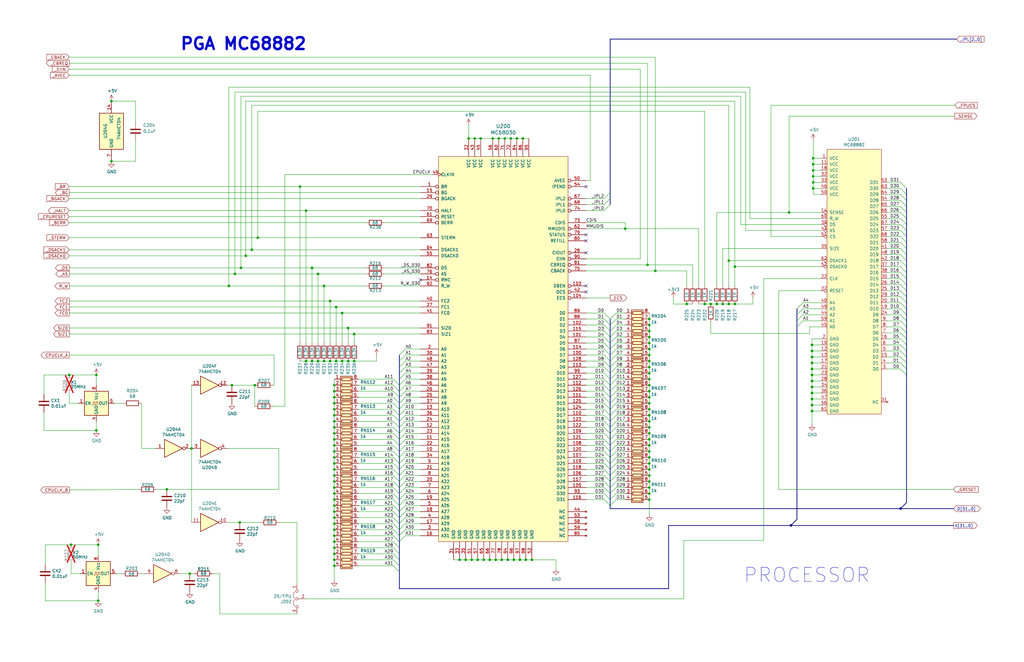
<source format=kicad_sch>
(kicad_sch (version 20231120) (generator "eeschema") (generator_version "8.0")
  (paper "B")
  (title_block (title "Amiga N2630 MC68880 PGA") (date "2024-03-24") (rev "4.1.0b"))
  (junction (at 273.812 162.56))
  (junction (at 273.812 180.34))
  (junction (at 342.9 71.882))
  (junction (at 273.812 137.16))
  (junction (at 224.282 236.22))
  (junction (at 273.812 149.86))
  (junction (at 342.392 150.622))
  (junction (at 273.812 147.32))
  (junction (at 273.812 154.94))
  (junction (at 379.73 214.63))
  (junction (at 307.34 128.27))
  (junction (at 41.402 253.492))
  (junction (at 80.772 189.23))
  (junction (at 140.97 210.82))
  (junction (at 342.9 79.502))
  (junction (at 140.97 231.14))
  (junction (at 146.812 152.4))
  (junction (at 139.192 127))
  (junction (at 273.812 167.64))
  (junction (at 29.21 158.242))
  (junction (at 342.392 165.862))
  (junction (at 342.392 155.702))
  (junction (at 140.97 203.2))
  (junction (at 209.042 236.22))
  (junction (at 140.97 228.6))
  (junction (at 80.01 242.062))
  (junction (at 140.97 236.22))
  (junction (at 139.192 152.4))
  (junction (at 214.122 236.22))
  (junction (at 140.97 185.42))
  (junction (at 273.812 152.4))
  (junction (at 273.812 198.12))
  (junction (at 273.812 139.7))
  (junction (at 134.112 115.57))
  (junction (at 276.352 114.3))
  (junction (at 198.882 236.22))
  (junction (at 342.9 76.962))
  (junction (at 211.582 236.22))
  (junction (at 140.97 182.88))
  (junction (at 140.97 177.8))
  (junction (at 307.34 109.982))
  (junction (at 141.732 152.4))
  (junction (at 273.812 200.66))
  (junction (at 46.99 68.072))
  (junction (at 140.97 190.5))
  (junction (at 141.732 129.54))
  (junction (at 299.72 128.27))
  (junction (at 136.652 152.4))
  (junction (at 273.812 165.1))
  (junction (at 140.97 205.74))
  (junction (at 309.88 128.27))
  (junction (at 219.202 236.22))
  (junction (at 333.502 221.742))
  (junction (at 202.692 58.42))
  (junction (at 144.272 152.4))
  (junction (at 101.6 113.03))
  (junction (at 309.88 112.522))
  (junction (at 203.962 236.22))
  (junction (at 140.97 180.34))
  (junction (at 273.812 187.96))
  (junction (at 131.572 152.4))
  (junction (at 342.9 69.342))
  (junction (at 140.97 165.1))
  (junction (at 131.572 113.03))
  (junction (at 140.97 193.04))
  (junction (at 273.812 182.88))
  (junction (at 101.092 220.472))
  (junction (at 140.97 238.76))
  (junction (at 99.06 115.57))
  (junction (at 332.74 89.662))
  (junction (at 342.392 168.402))
  (junction (at 342.9 74.422))
  (junction (at 273.812 160.02))
  (junction (at 140.97 223.52))
  (junction (at 217.932 58.42))
  (junction (at 140.97 213.36))
  (junction (at 140.97 162.56))
  (junction (at 29.972 229.87))
  (junction (at 106.172 105.41))
  (junction (at 108.712 100.33))
  (junction (at 342.392 153.162))
  (junction (at 273.812 205.74))
  (junction (at 273.812 144.78))
  (junction (at 140.97 170.18))
  (junction (at 273.812 185.42))
  (junction (at 144.272 132.08))
  (junction (at 149.352 152.4))
  (junction (at 273.812 203.2))
  (junction (at 126.492 78.74))
  (junction (at 273.812 210.82))
  (junction (at 96.52 120.65))
  (junction (at 97.79 162.56))
  (junction (at 342.9 66.802))
  (junction (at 342.392 160.782))
  (junction (at 140.97 233.68))
  (junction (at 140.97 195.58))
  (junction (at 342.392 173.482))
  (junction (at 273.812 170.18))
  (junction (at 46.99 42.672))
  (junction (at 212.852 58.42))
  (junction (at 263.652 96.52))
  (junction (at 273.812 193.04))
  (junction (at 201.422 236.22))
  (junction (at 302.26 128.27))
  (junction (at 149.352 140.97))
  (junction (at 140.97 226.06))
  (junction (at 273.812 195.58))
  (junction (at 342.392 148.082))
  (junction (at 289.56 128.27))
  (junction (at 140.97 167.64))
  (junction (at 107.442 162.56))
  (junction (at 41.402 229.87))
  (junction (at 140.97 198.12))
  (junction (at 215.392 58.42))
  (junction (at 40.64 181.61))
  (junction (at 40.64 158.242))
  (junction (at 146.812 138.43))
  (junction (at 140.97 172.72))
  (junction (at 103.632 107.95))
  (junction (at 273.812 208.28))
  (junction (at 273.812 142.24))
  (junction (at 206.502 236.22))
  (junction (at 304.8 128.27))
  (junction (at 129.032 88.9))
  (junction (at 197.612 58.42))
  (junction (at 221.742 236.22))
  (junction (at 140.97 187.96))
  (junction (at 196.342 236.22))
  (junction (at 220.472 58.42))
  (junction (at 216.662 236.22))
  (junction (at 140.97 175.26))
  (junction (at 273.812 190.5))
  (junction (at 342.392 170.942))
  (junction (at 140.97 215.9))
  (junction (at 193.802 236.22))
  (junction (at 273.812 172.72))
  (junction (at 207.772 58.42))
  (junction (at 70.358 206.502))
  (junction (at 342.392 145.542))
  (junction (at 342.392 158.242))
  (junction (at 140.97 200.66))
  (junction (at 210.312 58.42))
  (junction (at 273.812 177.8))
  (junction (at 200.152 58.42))
  (junction (at 273.812 134.62))
  (junction (at 140.97 220.98))
  (junction (at 273.812 157.48))
  (junction (at 297.18 128.27))
  (junction (at 273.812 175.26))
  (junction (at 129.032 152.4))
  (junction (at 342.392 163.322))
  (junction (at 140.97 218.44))
  (junction (at 136.652 120.65))
  (junction (at 134.112 152.4))
  (junction (at 140.97 208.28))
  (junction (at 273.05 111.76))
  (no_connect (at 247.142 120.65))
  (no_connect (at 247.142 123.19))
  (no_connect (at 247.142 101.6))
  (no_connect (at 247.142 106.68))
  (no_connect (at 247.142 78.74))
  (no_connect (at 247.142 99.06))
  (no_connect (at 177.292 118.11))
  (bus_entry (at 259.842 172.72) (size -2.54 2.54))
  (bus_entry (at 170.942 170.18) (size -2.54 2.54))
  (bus_entry (at 379.73 155.702) (size 2.54 2.54))
  (bus_entry (at 338.582 135.382) (size -2.54 2.54))
  (bus_entry (at 254.762 149.86) (size 2.54 2.54))
  (bus_entry (at 165.862 160.02) (size 2.54 2.54))
  (bus_entry (at 165.862 208.28) (size 2.54 2.54))
  (bus_entry (at 170.942 147.32) (size -2.54 2.54))
  (bus_entry (at 165.862 218.44) (size 2.54 2.54))
  (bus_entry (at 338.582 132.842) (size -2.54 2.54))
  (bus_entry (at 170.942 162.56) (size -2.54 2.54))
  (bus_entry (at 170.942 152.4) (size -2.54 2.54))
  (bus_entry (at 259.842 177.8) (size -2.54 2.54))
  (bus_entry (at 254.762 190.5) (size 2.54 2.54))
  (bus_entry (at 259.842 203.2) (size -2.54 2.54))
  (bus_entry (at 170.942 177.8) (size -2.54 2.54))
  (bus_entry (at 259.842 132.08) (size -2.54 2.54))
  (bus_entry (at 254.762 195.58) (size 2.54 2.54))
  (bus_entry (at 170.942 187.96) (size -2.54 2.54))
  (bus_entry (at 259.842 193.04) (size -2.54 2.54))
  (bus_entry (at 254.762 147.32) (size 2.54 2.54))
  (bus_entry (at 165.862 226.06) (size 2.54 2.54))
  (bus_entry (at 165.862 177.8) (size 2.54 2.54))
  (bus_entry (at 259.842 182.88) (size -2.54 2.54))
  (bus_entry (at 170.942 198.12) (size -2.54 2.54))
  (bus_entry (at 259.842 198.12) (size -2.54 2.54))
  (bus_entry (at 170.942 213.36) (size -2.54 2.54))
  (bus_entry (at 170.942 157.48) (size -2.54 2.54))
  (bus_entry (at 165.862 167.64) (size 2.54 2.54))
  (bus_entry (at 254.762 160.02) (size 2.54 2.54))
  (bus_entry (at 254.762 182.88) (size 2.54 2.54))
  (bus_entry (at 379.73 115.062) (size 2.54 2.54))
  (bus_entry (at 170.942 195.58) (size -2.54 2.54))
  (bus_entry (at 165.862 162.56) (size 2.54 2.54))
  (bus_entry (at 170.942 208.28) (size -2.54 2.54))
  (bus_entry (at 165.862 231.14) (size 2.54 2.54))
  (bus_entry (at 379.73 143.002) (size 2.54 2.54))
  (bus_entry (at 379.73 97.282) (size 2.54 2.54))
  (bus_entry (at 379.73 89.662) (size 2.54 2.54))
  (bus_entry (at 165.862 223.52) (size 2.54 2.54))
  (bus_entry (at 379.73 127.762) (size 2.54 2.54))
  (bus_entry (at 259.842 190.5) (size -2.54 2.54))
  (bus_entry (at 254.762 170.18) (size 2.54 2.54))
  (bus_entry (at 259.842 147.32) (size -2.54 2.54))
  (bus_entry (at 259.842 154.94) (size -2.54 2.54))
  (bus_entry (at 170.942 215.9) (size -2.54 2.54))
  (bus_entry (at 165.862 170.18) (size 2.54 2.54))
  (bus_entry (at 379.73 84.582) (size 2.54 2.54))
  (bus_entry (at 170.942 205.74) (size -2.54 2.54))
  (bus_entry (at 379.73 137.922) (size 2.54 2.54))
  (bus_entry (at 170.942 154.94) (size -2.54 2.54))
  (bus_entry (at 254.762 142.24) (size 2.54 2.54))
  (bus_entry (at 254.762 172.72) (size 2.54 2.54))
  (bus_entry (at 165.862 220.98) (size 2.54 2.54))
  (bus_entry (at 379.73 76.962) (size 2.54 2.54))
  (bus_entry (at 259.842 205.74) (size -2.54 2.54))
  (bus_entry (at 165.862 190.5) (size 2.54 2.54))
  (bus_entry (at 254.762 177.8) (size 2.54 2.54))
  (bus_entry (at 379.73 150.622) (size 2.54 2.54))
  (bus_entry (at 170.942 200.66) (size -2.54 2.54))
  (bus_entry (at 165.862 228.6) (size 2.54 2.54))
  (bus_entry (at 379.73 132.842) (size 2.54 2.54))
  (bus_entry (at 259.842 208.28) (size -2.54 2.54))
  (bus_entry (at 170.942 226.06) (size -2.54 2.54))
  (bus_entry (at 379.73 92.202) (size 2.54 2.54))
  (bus_entry (at 165.862 210.82) (size 2.54 2.54))
  (bus_entry (at 379.73 120.142) (size 2.54 2.54))
  (bus_entry (at 165.862 165.1) (size 2.54 2.54))
  (bus_entry (at 170.942 185.42) (size -2.54 2.54))
  (bus_entry (at 170.942 210.82) (size -2.54 2.54))
  (bus_entry (at 254.762 152.4) (size 2.54 2.54))
  (bus_entry (at 259.842 195.58) (size -2.54 2.54))
  (bus_entry (at 254.762 185.42) (size 2.54 2.54))
  (bus_entry (at 379.73 117.602) (size 2.54 2.54))
  (bus_entry (at 259.842 144.78) (size -2.54 2.54))
  (bus_entry (at 165.862 187.96) (size 2.54 2.54))
  (bus_entry (at 379.73 87.122) (size 2.54 2.54))
  (bus_entry (at 254.762 137.16) (size 2.54 2.54))
  (bus_entry (at 165.862 180.34) (size 2.54 2.54))
  (bus_entry (at 165.862 172.72) (size 2.54 2.54))
  (bus_entry (at 254.762 88.9) (size 2.54 -2.54))
  (bus_entry (at 165.862 185.42) (size 2.54 2.54))
  (bus_entry (at 170.942 218.44) (size -2.54 2.54))
  (bus_entry (at 254.762 157.48) (size 2.54 2.54))
  (bus_entry (at 170.942 149.86) (size -2.54 2.54))
  (bus_entry (at 259.842 185.42) (size -2.54 2.54))
  (bus_entry (at 254.762 165.1) (size 2.54 2.54))
  (bus_entry (at 254.762 187.96) (size 2.54 2.54))
  (bus_entry (at 379.73 82.042) (size 2.54 2.54))
  (bus_entry (at 259.842 152.4) (size -2.54 2.54))
  (bus_entry (at 379.73 107.442) (size 2.54 2.54))
  (bus_entry (at 259.842 200.66) (size -2.54 2.54))
  (bus_entry (at 379.73 104.902) (size 2.54 2.54))
  (bus_entry (at 379.73 99.822) (size 2.54 2.54))
  (bus_entry (at 254.762 167.64) (size 2.54 2.54))
  (bus_entry (at 254.762 175.26) (size 2.54 2.54))
  (bus_entry (at 170.942 172.72) (size -2.54 2.54))
  (bus_entry (at 259.842 139.7) (size -2.54 2.54))
  (bus_entry (at 170.942 175.26) (size -2.54 2.54))
  (bus_entry (at 170.942 165.1) (size -2.54 2.54))
  (bus_entry (at 379.73 102.362) (size 2.54 2.54))
  (bus_entry (at 254.762 83.82) (size 2.54 -2.54))
  (bus_entry (at 259.842 167.64) (size -2.54 2.54))
  (bus_entry (at 254.762 162.56) (size 2.54 2.54))
  (bus_entry (at 379.73 135.382) (size 2.54 2.54))
  (bus_entry (at 170.942 160.02) (size -2.54 2.54))
  (bus_entry (at 254.762 193.04) (size 2.54 2.54))
  (bus_entry (at 165.862 238.76) (size 2.54 2.54))
  (bus_entry (at 165.862 200.66) (size 2.54 2.54))
  (bus_entry (at 379.73 130.302) (size 2.54 2.54))
  (bus_entry (at 165.862 205.74) (size 2.54 2.54))
  (bus_entry (at 170.942 180.34) (size -2.54 2.54))
  (bus_entry (at 259.842 137.16) (size -2.54 2.54))
  (bus_entry (at 170.942 203.2) (size -2.54 2.54))
  (bus_entry (at 254.762 205.74) (size 2.54 2.54))
  (bus_entry (at 379.73 153.162) (size 2.54 2.54))
  (bus_entry (at 254.762 86.36) (size 2.54 -2.54))
  (bus_entry (at 259.842 210.82) (size -2.54 2.54))
  (bus_entry (at 379.73 122.682) (size 2.54 2.54))
  (bus_entry (at 259.842 157.48) (size -2.54 2.54))
  (bus_entry (at 254.762 132.08) (size 2.54 2.54))
  (bus_entry (at 259.842 187.96) (size -2.54 2.54))
  (bus_entry (at 379.73 94.742) (size 2.54 2.54))
  (bus_entry (at 254.762 200.66) (size 2.54 2.54))
  (bus_entry (at 165.862 233.68) (size 2.54 2.54))
  (bus_entry (at 259.842 180.34) (size -2.54 2.54))
  (bus_entry (at 379.73 125.222) (size 2.54 2.54))
  (bus_entry (at 170.942 167.64) (size -2.54 2.54))
  (bus_entry (at 170.942 223.52) (size -2.54 2.54))
  (bus_entry (at 254.762 210.82) (size 2.54 2.54))
  (bus_entry (at 165.862 213.36) (size 2.54 2.54))
  (bus_entry (at 259.842 134.62) (size -2.54 2.54))
  (bus_entry (at 379.73 112.522) (size 2.54 2.54))
  (bus_entry (at 170.942 193.04) (size -2.54 2.54))
  (bus_entry (at 259.842 160.02) (size -2.54 2.54))
  (bus_entry (at 254.762 154.94) (size 2.54 2.54))
  (bus_entry (at 259.842 149.86) (size -2.54 2.54))
  (bus_entry (at 379.73 140.462) (size 2.54 2.54))
  (bus_entry (at 254.762 144.78) (size 2.54 2.54))
  (bus_entry (at 254.762 180.34) (size 2.54 2.54))
  (bus_entry (at 170.942 182.88) (size -2.54 2.54))
  (bus_entry (at 165.862 198.12) (size 2.54 2.54))
  (bus_entry (at 259.842 175.26) (size -2.54 2.54))
  (bus_entry (at 165.862 195.58) (size 2.54 2.54))
  (bus_entry (at 379.73 148.082) (size 2.54 2.54))
  (bus_entry (at 259.842 142.24) (size -2.54 2.54))
  (bus_entry (at 379.73 109.982) (size 2.54 2.54))
  (bus_entry (at 379.73 145.542) (size 2.54 2.54))
  (bus_entry (at 165.862 182.88) (size 2.54 2.54))
  (bus_entry (at 165.862 236.22) (size 2.54 2.54))
  (bus_entry (at 165.862 175.26) (size 2.54 2.54))
  (bus_entry (at 259.842 170.18) (size -2.54 2.54))
  (bus_entry (at 254.762 208.28) (size 2.54 2.54))
  (bus_entry (at 338.582 130.302) (size -2.54 2.54))
  (bus_entry (at 170.942 220.98) (size -2.54 2.54))
  (bus_entry (at 259.842 165.1) (size -2.54 2.54))
  (bus_entry (at 170.942 190.5) (size -2.54 2.54))
  (bus_entry (at 338.582 127.762) (size -2.54 2.54))
  (bus_entry (at 165.862 193.04) (size 2.54 2.54))
  (bus_entry (at 254.762 134.62) (size 2.54 2.54))
  (bus_entry (at 259.842 162.56) (size -2.54 2.54))
  (bus_entry (at 379.73 79.502) (size 2.54 2.54))
  (bus_entry (at 165.862 215.9) (size 2.54 2.54))
  (bus_entry (at 254.762 139.7) (size 2.54 2.54))
  (bus_entry (at 165.862 203.2) (size 2.54 2.54))
  (bus_entry (at 254.762 198.12) (size 2.54 2.54))
  (bus_entry (at 254.762 203.2) (size 2.54 2.54))
  (wire (pts (xy 247.142 180.34) (xy 254.762 180.34)))
  (bus (pts (xy 257.302 190.5) (xy 257.302 193.04)))
  (wire (pts (xy 374.142 102.362) (xy 379.73 102.362)))
  (wire (pts (xy 140.97 162.56) (xy 140.97 165.1)))
  (wire (pts (xy 309.88 42.672) (xy 103.632 42.672)))
  (wire (pts (xy 342.392 150.622) (xy 342.392 153.162)))
  (wire (pts (xy 247.142 88.9) (xy 254.762 88.9)))
  (wire (pts (xy 125.222 246.38) (xy 125.222 220.472)))
  (bus (pts (xy 382.27 153.162) (xy 382.27 155.702)))
  (wire (pts (xy 151.13 205.74) (xy 165.862 205.74)))
  (wire (pts (xy 151.13 165.1) (xy 165.862 165.1)))
  (wire (pts (xy 200.152 58.42) (xy 197.612 58.42)))
  (wire (pts (xy 92.71 242.062) (xy 89.662 242.062)))
  (bus (pts (xy 382.27 92.202) (xy 382.27 94.742)))
  (bus (pts (xy 168.402 210.82) (xy 168.402 213.36)))
  (wire (pts (xy 342.392 170.942) (xy 342.392 173.482)))
  (wire (pts (xy 177.292 165.1) (xy 170.942 165.1)))
  (wire (pts (xy 270.002 109.22) (xy 270.002 29.21)))
  (wire (pts (xy 140.97 223.52) (xy 140.97 226.06)))
  (wire (pts (xy 177.292 162.56) (xy 170.942 162.56)))
  (wire (pts (xy 374.142 76.962) (xy 379.73 76.962)))
  (bus (pts (xy 257.302 175.26) (xy 257.302 177.8)))
  (wire (pts (xy 216.662 236.22) (xy 219.202 236.22)))
  (wire (pts (xy 247.142 93.98) (xy 263.652 93.98)))
  (wire (pts (xy 259.842 162.56) (xy 263.652 162.56)))
  (bus (pts (xy 257.302 139.7) (xy 257.302 142.24)))
  (bus (pts (xy 382.27 120.142) (xy 382.27 122.682)))
  (bus (pts (xy 336.042 135.382) (xy 336.042 137.922)))
  (wire (pts (xy 304.8 104.902) (xy 346.202 104.902)))
  (wire (pts (xy 193.802 236.22) (xy 196.342 236.22)))
  (wire (pts (xy 273.812 195.58) (xy 273.812 198.12)))
  (wire (pts (xy 273.812 198.12) (xy 273.812 200.66)))
  (wire (pts (xy 273.812 187.96) (xy 273.812 190.5)))
  (wire (pts (xy 149.352 152.4) (xy 158.75 152.4)))
  (wire (pts (xy 151.13 198.12) (xy 165.862 198.12)))
  (wire (pts (xy 211.582 236.22) (xy 214.122 236.22)))
  (wire (pts (xy 151.13 190.5) (xy 165.862 190.5)))
  (wire (pts (xy 346.202 165.862) (xy 342.392 165.862)))
  (bus (pts (xy 382.27 87.122) (xy 382.27 89.662)))
  (wire (pts (xy 177.292 175.26) (xy 170.942 175.26)))
  (wire (pts (xy 346.202 99.822) (xy 325.12 99.822)))
  (wire (pts (xy 297.18 120.65) (xy 297.18 46.99)))
  (bus (pts (xy 257.302 152.4) (xy 257.302 154.94)))
  (bus (pts (xy 168.402 187.96) (xy 168.402 190.5)))
  (wire (pts (xy 177.292 120.65) (xy 162.052 120.65)))
  (wire (pts (xy 125.222 220.472) (xy 117.602 220.472)))
  (wire (pts (xy 151.13 231.14) (xy 165.862 231.14)))
  (wire (pts (xy 177.292 190.5) (xy 170.942 190.5)))
  (bus (pts (xy 168.402 233.68) (xy 168.402 236.22)))
  (bus (pts (xy 257.302 16.51) (xy 257.302 81.28)))
  (wire (pts (xy 177.292 215.9) (xy 170.942 215.9)))
  (bus (pts (xy 168.402 220.98) (xy 168.402 223.52)))
  (bus (pts (xy 257.302 172.72) (xy 257.302 175.26)))
  (bus (pts (xy 168.402 154.94) (xy 168.402 157.48)))
  (wire (pts (xy 177.292 223.52) (xy 170.942 223.52)))
  (wire (pts (xy 125.222 259.08) (xy 92.71 259.08)))
  (wire (pts (xy 374.142 112.522) (xy 379.73 112.522)))
  (wire (pts (xy 346.202 150.622) (xy 342.392 150.622)))
  (wire (pts (xy 49.022 242.062) (xy 51.562 242.062)))
  (bus (pts (xy 168.402 149.86) (xy 168.402 152.4)))
  (wire (pts (xy 273.812 160.02) (xy 273.812 162.56)))
  (bus (pts (xy 168.402 195.58) (xy 168.402 198.12)))
  (wire (pts (xy 196.342 236.22) (xy 198.882 236.22)))
  (wire (pts (xy 177.292 93.98) (xy 162.052 93.98)))
  (wire (pts (xy 247.142 142.24) (xy 254.762 142.24)))
  (bus (pts (xy 382.27 140.462) (xy 382.27 143.002)))
  (wire (pts (xy 346.202 71.882) (xy 342.9 71.882)))
  (bus (pts (xy 257.302 147.32) (xy 257.302 149.86)))
  (wire (pts (xy 99.06 38.862) (xy 99.06 115.57)))
  (wire (pts (xy 177.292 198.12) (xy 170.942 198.12)))
  (wire (pts (xy 259.842 152.4) (xy 263.652 152.4)))
  (wire (pts (xy 374.142 148.082) (xy 379.73 148.082)))
  (wire (pts (xy 307.34 109.982) (xy 307.34 44.45)))
  (wire (pts (xy 177.292 170.18) (xy 170.942 170.18)))
  (wire (pts (xy 307.34 120.65) (xy 307.34 109.982)))
  (wire (pts (xy 220.472 58.42) (xy 217.932 58.42)))
  (bus (pts (xy 382.27 132.842) (xy 382.27 135.382)))
  (wire (pts (xy 198.882 236.22) (xy 201.422 236.22)))
  (wire (pts (xy 263.652 175.26) (xy 259.842 175.26)))
  (wire (pts (xy 80.772 162.56) (xy 80.772 189.23)))
  (wire (pts (xy 18.542 173.99) (xy 18.542 181.61)))
  (bus (pts (xy 168.402 167.64) (xy 168.402 170.18)))
  (wire (pts (xy 316.23 36.83) (xy 96.52 36.83)))
  (wire (pts (xy 117.602 189.23) (xy 117.602 206.502)))
  (wire (pts (xy 140.97 172.72) (xy 140.97 175.26)))
  (bus (pts (xy 382.27 155.702) (xy 382.27 158.242)))
  (wire (pts (xy 263.652 142.24) (xy 259.842 142.24)))
  (wire (pts (xy 346.202 79.502) (xy 342.9 79.502)))
  (wire (pts (xy 263.652 193.04) (xy 259.842 193.04)))
  (wire (pts (xy 140.97 226.06) (xy 140.97 228.6)))
  (wire (pts (xy 126.492 78.74) (xy 126.492 144.78)))
  (wire (pts (xy 247.142 152.4) (xy 254.762 152.4)))
  (bus (pts (xy 257.302 177.8) (xy 257.302 180.34)))
  (wire (pts (xy 177.292 78.74) (xy 126.492 78.74)))
  (wire (pts (xy 247.142 203.2) (xy 254.762 203.2)))
  (wire (pts (xy 316.23 92.202) (xy 316.23 36.83)))
  (wire (pts (xy 346.202 122.682) (xy 328.422 122.682)))
  (wire (pts (xy 247.142 200.66) (xy 254.762 200.66)))
  (wire (pts (xy 304.8 104.902) (xy 304.8 120.65)))
  (wire (pts (xy 214.122 236.22) (xy 216.662 236.22)))
  (wire (pts (xy 346.202 117.602) (xy 322.072 117.602)))
  (wire (pts (xy 151.13 226.06) (xy 165.862 226.06)))
  (wire (pts (xy 129.032 88.9) (xy 29.21 88.9)))
  (wire (pts (xy 96.012 220.472) (xy 101.092 220.472)))
  (wire (pts (xy 374.142 153.162) (xy 379.73 153.162)))
  (wire (pts (xy 29.21 140.97) (xy 149.352 140.97)))
  (wire (pts (xy 374.142 150.622) (xy 379.73 150.622)))
  (wire (pts (xy 146.812 152.4) (xy 149.352 152.4)))
  (wire (pts (xy 140.97 218.44) (xy 140.97 220.98)))
  (bus (pts (xy 168.402 215.9) (xy 168.402 218.44)))
  (wire (pts (xy 342.392 160.782) (xy 342.392 163.322)))
  (wire (pts (xy 158.75 152.4) (xy 158.75 149.86)))
  (wire (pts (xy 101.6 113.03) (xy 29.21 113.03)))
  (wire (pts (xy 29.972 229.87) (xy 41.402 229.87)))
  (wire (pts (xy 177.292 177.8) (xy 170.942 177.8)))
  (wire (pts (xy 374.142 92.202) (xy 379.73 92.202)))
  (wire (pts (xy 273.812 142.24) (xy 273.812 144.78)))
  (wire (pts (xy 40.64 162.56) (xy 40.64 158.242)))
  (wire (pts (xy 273.812 167.64) (xy 273.812 170.18)))
  (wire (pts (xy 374.142 84.582) (xy 379.73 84.582)))
  (wire (pts (xy 374.142 135.382) (xy 379.73 135.382)))
  (wire (pts (xy 247.142 83.82) (xy 254.762 83.82)))
  (bus (pts (xy 382.27 84.582) (xy 382.27 87.122)))
  (bus (pts (xy 336.042 219.202) (xy 333.502 221.742)))
  (wire (pts (xy 374.142 79.502) (xy 379.73 79.502)))
  (wire (pts (xy 151.13 213.36) (xy 165.862 213.36)))
  (bus (pts (xy 168.402 198.12) (xy 168.402 200.66)))
  (wire (pts (xy 177.292 226.06) (xy 170.942 226.06)))
  (wire (pts (xy 307.34 128.27) (xy 309.88 128.27)))
  (wire (pts (xy 29.21 170.18) (xy 29.21 165.862)))
  (wire (pts (xy 247.142 170.18) (xy 254.762 170.18)))
  (wire (pts (xy 120.142 73.66) (xy 120.142 171.45)))
  (wire (pts (xy 374.142 155.702) (xy 379.73 155.702)))
  (wire (pts (xy 374.142 143.002) (xy 379.73 143.002)))
  (wire (pts (xy 96.012 189.23) (xy 117.602 189.23)))
  (wire (pts (xy 139.192 144.78) (xy 139.192 127)))
  (wire (pts (xy 115.062 162.56) (xy 115.57 162.56)))
  (bus (pts (xy 257.302 81.28) (xy 257.302 83.82)))
  (bus (pts (xy 257.302 160.02) (xy 257.302 162.56)))
  (bus (pts (xy 382.27 102.362) (xy 382.27 104.902)))
  (wire (pts (xy 57.15 42.672) (xy 57.15 51.562)))
  (wire (pts (xy 297.18 128.27) (xy 299.72 128.27)))
  (wire (pts (xy 322.072 228.092) (xy 288.29 228.092)))
  (wire (pts (xy 342.9 71.882) (xy 342.9 69.342)))
  (wire (pts (xy 29.21 24.13) (xy 276.352 24.13)))
  (wire (pts (xy 374.142 89.662) (xy 379.73 89.662)))
  (wire (pts (xy 273.812 152.4) (xy 273.812 154.94)))
  (wire (pts (xy 29.21 158.242) (xy 40.64 158.242)))
  (wire (pts (xy 346.202 66.802) (xy 342.9 66.802)))
  (wire (pts (xy 210.312 58.42) (xy 207.772 58.42)))
  (wire (pts (xy 247.142 172.72) (xy 254.762 172.72)))
  (wire (pts (xy 219.202 236.22) (xy 221.742 236.22)))
  (wire (pts (xy 19.05 229.87) (xy 29.972 229.87)))
  (bus (pts (xy 382.27 82.042) (xy 382.27 84.582)))
  (wire (pts (xy 325.12 99.822) (xy 325.12 44.45)))
  (wire (pts (xy 317.5 128.27) (xy 317.5 125.73)))
  (bus (pts (xy 382.27 112.522) (xy 382.27 115.062)))
  (wire (pts (xy 273.812 200.66) (xy 273.812 203.2)))
  (wire (pts (xy 294.64 128.27) (xy 297.18 128.27)))
  (wire (pts (xy 247.142 86.36) (xy 254.762 86.36)))
  (bus (pts (xy 382.27 97.282) (xy 382.27 99.822)))
  (wire (pts (xy 247.142 208.28) (xy 254.762 208.28)))
  (bus (pts (xy 168.402 180.34) (xy 168.402 182.88)))
  (wire (pts (xy 273.812 208.28) (xy 273.812 210.82)))
  (wire (pts (xy 328.422 206.502) (xy 402.082 206.502)))
  (bus (pts (xy 257.302 154.94) (xy 257.302 157.48)))
  (wire (pts (xy 374.142 94.742) (xy 379.73 94.742)))
  (wire (pts (xy 99.06 115.57) (xy 134.112 115.57)))
  (wire (pts (xy 177.292 157.48) (xy 170.942 157.48)))
  (wire (pts (xy 314.452 97.282) (xy 346.202 97.282)))
  (wire (pts (xy 191.262 236.22) (xy 193.802 236.22)))
  (wire (pts (xy 374.142 130.302) (xy 379.73 130.302)))
  (wire (pts (xy 80.772 189.23) (xy 80.772 220.472)))
  (wire (pts (xy 224.282 236.22) (xy 234.442 236.22)))
  (wire (pts (xy 177.292 147.32) (xy 170.942 147.32)))
  (wire (pts (xy 115.57 162.56) (xy 115.57 149.86)))
  (wire (pts (xy 292.1 120.65) (xy 292.1 111.76)))
  (wire (pts (xy 177.292 218.44) (xy 170.942 218.44)))
  (wire (pts (xy 342.392 163.322) (xy 342.392 165.862)))
  (wire (pts (xy 247.142 198.12) (xy 254.762 198.12)))
  (wire (pts (xy 325.12 44.45) (xy 402.59 44.45)))
  (wire (pts (xy 101.6 113.03) (xy 101.6 40.64)))
  (bus (pts (xy 382.27 135.382) (xy 382.27 137.922)))
  (wire (pts (xy 259.842 195.58) (xy 263.652 195.58)))
  (wire (pts (xy 154.432 93.98) (xy 29.21 93.98)))
  (wire (pts (xy 332.74 89.662) (xy 332.74 49.022)))
  (wire (pts (xy 259.842 167.64) (xy 263.652 167.64)))
  (wire (pts (xy 140.97 238.76) (xy 140.97 244.856)))
  (wire (pts (xy 151.13 187.96) (xy 165.862 187.96)))
  (wire (pts (xy 177.292 210.82) (xy 170.942 210.82)))
  (bus (pts (xy 168.402 203.2) (xy 168.402 205.74)))
  (wire (pts (xy 312.42 40.64) (xy 312.42 94.742)))
  (bus (pts (xy 257.302 162.56) (xy 257.302 165.1)))
  (wire (pts (xy 247.142 144.78) (xy 254.762 144.78)))
  (wire (pts (xy 108.712 100.33) (xy 29.21 100.33)))
  (wire (pts (xy 374.142 99.822) (xy 379.73 99.822)))
  (wire (pts (xy 341.376 137.922) (xy 341.376 140.716)))
  (wire (pts (xy 177.292 213.36) (xy 170.942 213.36)))
  (wire (pts (xy 151.13 228.6) (xy 165.862 228.6)))
  (wire (pts (xy 309.88 128.27) (xy 317.5 128.27)))
  (wire (pts (xy 259.842 149.86) (xy 263.652 149.86)))
  (bus (pts (xy 382.27 79.502) (xy 382.27 82.042)))
  (wire (pts (xy 221.742 236.22) (xy 224.282 236.22)))
  (wire (pts (xy 263.652 185.42) (xy 259.842 185.42)))
  (wire (pts (xy 177.292 185.42) (xy 170.942 185.42)))
  (wire (pts (xy 270.002 29.21) (xy 29.21 29.21)))
  (bus (pts (xy 168.402 248.412) (xy 281.94 248.412)))
  (wire (pts (xy 151.13 223.52) (xy 165.862 223.52)))
  (wire (pts (xy 374.142 122.682) (xy 379.73 122.682)))
  (wire (pts (xy 263.652 154.94) (xy 259.842 154.94)))
  (wire (pts (xy 346.202 135.382) (xy 338.582 135.382)))
  (wire (pts (xy 144.272 132.08) (xy 29.21 132.08)))
  (wire (pts (xy 217.932 58.42) (xy 215.392 58.42)))
  (wire (pts (xy 140.97 165.1) (xy 140.97 167.64)))
  (wire (pts (xy 115.062 171.45) (xy 120.142 171.45)))
  (bus (pts (xy 257.302 187.96) (xy 257.302 190.5)))
  (wire (pts (xy 263.652 180.34) (xy 259.842 180.34)))
  (wire (pts (xy 259.842 200.66) (xy 263.652 200.66)))
  (wire (pts (xy 151.13 218.44) (xy 165.862 218.44)))
  (wire (pts (xy 177.292 182.88) (xy 170.942 182.88)))
  (wire (pts (xy 177.292 172.72) (xy 170.942 172.72)))
  (wire (pts (xy 273.812 210.82) (xy 273.812 217.17)))
  (wire (pts (xy 106.172 44.45) (xy 106.172 105.41)))
  (wire (pts (xy 177.292 81.28) (xy 29.21 81.28)))
  (wire (pts (xy 140.97 177.8) (xy 140.97 180.34)))
  (wire (pts (xy 29.972 242.062) (xy 29.972 237.49)))
  (wire (pts (xy 126.492 152.4) (xy 129.032 152.4)))
  (wire (pts (xy 177.292 149.86) (xy 170.942 149.86)))
  (wire (pts (xy 309.88 112.522) (xy 309.88 42.672)))
  (wire (pts (xy 149.352 140.97) (xy 177.292 140.97)))
  (wire (pts (xy 19.05 245.872) (xy 19.05 253.492)))
  (wire (pts (xy 316.23 92.202) (xy 346.202 92.202)))
  (wire (pts (xy 247.142 195.58) (xy 254.762 195.58)))
  (wire (pts (xy 302.26 89.662) (xy 332.74 89.662)))
  (wire (pts (xy 140.97 160.02) (xy 140.97 162.56)))
  (bus (pts (xy 168.402 160.02) (xy 168.402 162.56)))
  (wire (pts (xy 129.032 88.9) (xy 129.032 144.78)))
  (wire (pts (xy 342.392 148.082) (xy 342.392 150.622)))
  (bus (pts (xy 257.302 205.74) (xy 257.302 208.28)))
  (wire (pts (xy 247.142 165.1) (xy 254.762 165.1)))
  (bus (pts (xy 382.27 117.602) (xy 382.27 120.142)))
  (wire (pts (xy 103.632 42.672) (xy 103.632 107.95)))
  (wire (pts (xy 263.652 203.2) (xy 259.842 203.2)))
  (wire (pts (xy 29.21 91.44) (xy 177.292 91.44)))
  (wire (pts (xy 140.97 220.98) (xy 140.97 223.52)))
  (wire (pts (xy 223.012 58.42) (xy 220.472 58.42)))
  (bus (pts (xy 168.402 218.44) (xy 168.402 220.98)))
  (wire (pts (xy 247.142 210.82) (xy 254.762 210.82)))
  (bus (pts (xy 382.27 148.082) (xy 382.27 150.622)))
  (wire (pts (xy 140.97 236.22) (xy 140.97 238.76)))
  (wire (pts (xy 346.202 69.342) (xy 342.9 69.342)))
  (bus (pts (xy 382.27 125.222) (xy 382.27 127.762)))
  (bus (pts (xy 168.402 231.14) (xy 168.402 233.68)))
  (wire (pts (xy 29.21 115.57) (xy 99.06 115.57)))
  (wire (pts (xy 247.142 187.96) (xy 254.762 187.96)))
  (wire (pts (xy 273.812 132.08) (xy 273.812 134.62)))
  (bus (pts (xy 168.402 205.74) (xy 168.402 208.28)))
  (wire (pts (xy 107.442 162.56) (xy 107.442 171.45)))
  (wire (pts (xy 273.812 175.26) (xy 273.812 177.8)))
  (wire (pts (xy 177.292 107.95) (xy 103.632 107.95)))
  (bus (pts (xy 257.302 142.24) (xy 257.302 144.78)))
  (wire (pts (xy 273.812 193.04) (xy 273.812 195.58)))
  (wire (pts (xy 263.652 96.52) (xy 263.652 93.98)))
  (wire (pts (xy 140.97 203.2) (xy 140.97 205.74)))
  (wire (pts (xy 151.13 220.98) (xy 165.862 220.98)))
  (wire (pts (xy 151.13 172.72) (xy 165.862 172.72)))
  (wire (pts (xy 247.142 154.94) (xy 254.762 154.94)))
  (wire (pts (xy 263.652 165.1) (xy 259.842 165.1)))
  (wire (pts (xy 322.072 117.602) (xy 322.072 228.092)))
  (wire (pts (xy 342.9 82.042) (xy 342.9 79.502)))
  (wire (pts (xy 342.9 74.422) (xy 342.9 71.882)))
  (wire (pts (xy 139.192 127) (xy 177.292 127)))
  (wire (pts (xy 201.422 236.22) (xy 203.962 236.22)))
  (wire (pts (xy 126.492 78.74) (xy 29.21 78.74)))
  (wire (pts (xy 129.032 152.4) (xy 131.572 152.4)))
  (wire (pts (xy 151.13 215.9) (xy 165.862 215.9)))
  (wire (pts (xy 146.812 138.43) (xy 29.21 138.43)))
  (wire (pts (xy 140.97 193.04) (xy 140.97 195.58)))
  (wire (pts (xy 374.142 82.042) (xy 379.73 82.042)))
  (wire (pts (xy 140.97 231.14) (xy 140.97 233.68)))
  (wire (pts (xy 151.13 185.42) (xy 165.862 185.42)))
  (wire (pts (xy 346.202 130.302) (xy 338.582 130.302)))
  (wire (pts (xy 177.292 154.94) (xy 170.942 154.94)))
  (bus (pts (xy 168.402 228.6) (xy 168.402 231.14)))
  (wire (pts (xy 144.272 144.78) (xy 144.272 132.08)))
  (wire (pts (xy 131.572 152.4) (xy 134.112 152.4)))
  (bus (pts (xy 257.302 149.86) (xy 257.302 152.4)))
  (wire (pts (xy 140.97 175.26) (xy 140.97 177.8)))
  (wire (pts (xy 374.142 109.982) (xy 379.73 109.982)))
  (wire (pts (xy 263.652 170.18) (xy 259.842 170.18)))
  (wire (pts (xy 151.13 162.56) (xy 165.862 162.56)))
  (wire (pts (xy 273.812 144.78) (xy 273.812 147.32)))
  (wire (pts (xy 18.542 166.37) (xy 18.542 158.242)))
  (wire (pts (xy 374.142 120.142) (xy 379.73 120.142)))
  (wire (pts (xy 341.376 137.922) (xy 346.202 137.922)))
  (wire (pts (xy 151.13 236.22) (xy 165.862 236.22)))
  (wire (pts (xy 247.142 157.48) (xy 254.762 157.48)))
  (wire (pts (xy 177.292 88.9) (xy 129.032 88.9)))
  (bus (pts (xy 168.402 208.28) (xy 168.402 210.82)))
  (wire (pts (xy 273.812 154.94) (xy 273.812 157.48)))
  (bus (pts (xy 382.27 115.062) (xy 382.27 117.602)))
  (wire (pts (xy 140.97 213.36) (xy 140.97 215.9)))
  (bus (pts (xy 257.302 83.82) (xy 257.302 86.36)))
  (wire (pts (xy 144.272 132.08) (xy 177.292 132.08)))
  (bus (pts (xy 257.302 185.42) (xy 257.302 187.96)))
  (wire (pts (xy 273.812 185.42) (xy 273.812 187.96)))
  (bus (pts (xy 168.402 175.26) (xy 168.402 177.8)))
  (bus (pts (xy 281.94 221.742) (xy 333.502 221.742)))
  (bus (pts (xy 168.402 182.88) (xy 168.402 185.42)))
  (wire (pts (xy 141.732 129.54) (xy 29.21 129.54)))
  (wire (pts (xy 177.292 203.2) (xy 170.942 203.2)))
  (wire (pts (xy 57.15 42.672) (xy 46.99 42.672)))
  (wire (pts (xy 247.142 185.42) (xy 254.762 185.42)))
  (wire (pts (xy 139.192 152.4) (xy 141.732 152.4)))
  (wire (pts (xy 140.97 233.68) (xy 140.97 236.22)))
  (bus (pts (xy 257.302 165.1) (xy 257.302 167.64)))
  (wire (pts (xy 134.112 115.57) (xy 154.432 115.57)))
  (bus (pts (xy 257.302 180.34) (xy 257.302 182.88)))
  (wire (pts (xy 151.13 238.76) (xy 165.862 238.76)))
  (bus (pts (xy 382.27 109.982) (xy 382.27 112.522)))
  (wire (pts (xy 151.13 160.02) (xy 165.862 160.02)))
  (bus (pts (xy 168.402 172.72) (xy 168.402 175.26)))
  (wire (pts (xy 259.842 144.78) (xy 263.652 144.78)))
  (wire (pts (xy 247.142 137.16) (xy 254.762 137.16)))
  (bus (pts (xy 382.27 107.442) (xy 382.27 109.982)))
  (wire (pts (xy 273.812 162.56) (xy 273.812 165.1)))
  (wire (pts (xy 134.112 144.78) (xy 134.112 115.57)))
  (wire (pts (xy 151.13 210.82) (xy 165.862 210.82)))
  (wire (pts (xy 374.142 107.442) (xy 379.73 107.442)))
  (wire (pts (xy 140.97 208.28) (xy 140.97 210.82)))
  (wire (pts (xy 107.442 162.56) (xy 97.79 162.56)))
  (bus (pts (xy 257.302 203.2) (xy 257.302 205.74)))
  (wire (pts (xy 299.72 128.27) (xy 302.26 128.27)))
  (wire (pts (xy 140.97 187.96) (xy 140.97 190.5)))
  (wire (pts (xy 151.13 193.04) (xy 165.862 193.04)))
  (wire (pts (xy 273.812 182.88) (xy 273.812 185.42)))
  (wire (pts (xy 96.012 162.56) (xy 97.79 162.56)))
  (wire (pts (xy 342.9 69.342) (xy 342.9 66.802)))
  (wire (pts (xy 374.142 145.542) (xy 379.73 145.542)))
  (wire (pts (xy 140.97 205.74) (xy 140.97 208.28)))
  (wire (pts (xy 136.652 152.4) (xy 139.192 152.4)))
  (wire (pts (xy 140.97 228.6) (xy 140.97 231.14)))
  (wire (pts (xy 346.202 127.762) (xy 338.582 127.762)))
  (wire (pts (xy 46.99 68.072) (xy 57.15 68.072)))
  (bus (pts (xy 168.402 236.22) (xy 168.402 238.76)))
  (wire (pts (xy 263.652 198.12) (xy 259.842 198.12)))
  (wire (pts (xy 294.64 96.52) (xy 294.64 120.65)))
  (wire (pts (xy 18.542 158.242) (xy 29.21 158.242)))
  (wire (pts (xy 273.812 203.2) (xy 273.812 205.74)))
  (wire (pts (xy 263.652 147.32) (xy 259.842 147.32)))
  (bus (pts (xy 257.302 214.63) (xy 379.73 214.63)))
  (wire (pts (xy 247.142 134.62) (xy 254.762 134.62)))
  (wire (pts (xy 140.97 200.66) (xy 140.97 203.2)))
  (wire (pts (xy 177.292 187.96) (xy 170.942 187.96)))
  (wire (pts (xy 136.652 144.78) (xy 136.652 120.65)))
  (wire (pts (xy 247.142 205.74) (xy 254.762 205.74)))
  (wire (pts (xy 41.402 234.442) (xy 41.402 229.87)))
  (wire (pts (xy 273.812 172.72) (xy 273.812 175.26)))
  (wire (pts (xy 19.05 238.252) (xy 19.05 229.87)))
  (wire (pts (xy 177.292 195.58) (xy 170.942 195.58)))
  (wire (pts (xy 374.142 127.762) (xy 379.73 127.762)))
  (wire (pts (xy 151.13 180.34) (xy 165.862 180.34)))
  (wire (pts (xy 263.652 160.02) (xy 259.842 160.02)))
  (wire (pts (xy 374.142 132.842) (xy 379.73 132.842)))
  (wire (pts (xy 342.392 173.482) (xy 342.392 179.07)))
  (wire (pts (xy 247.142 76.2) (xy 248.92 76.2)))
  (wire (pts (xy 177.292 200.66) (xy 170.942 200.66)))
  (wire (pts (xy 342.9 66.802) (xy 342.9 59.182)))
  (wire (pts (xy 273.812 170.18) (xy 273.812 172.72)))
  (wire (pts (xy 177.292 208.28) (xy 170.942 208.28)))
  (wire (pts (xy 149.352 144.78) (xy 149.352 140.97)))
  (wire (pts (xy 247.142 132.08) (xy 254.762 132.08)))
  (wire (pts (xy 374.142 115.062) (xy 379.73 115.062)))
  (wire (pts (xy 65.532 189.23) (xy 59.69 189.23)))
  (bus (pts (xy 382.27 127.762) (xy 382.27 130.302)))
  (bus (pts (xy 168.402 162.56) (xy 168.402 165.1)))
  (bus (pts (xy 257.302 134.62) (xy 257.302 137.16)))
  (wire (pts (xy 177.292 152.4) (xy 170.942 152.4)))
  (wire (pts (xy 108.712 46.99) (xy 297.18 46.99)))
  (wire (pts (xy 273.812 190.5) (xy 273.812 193.04)))
  (wire (pts (xy 140.97 180.34) (xy 140.97 182.88)))
  (bus (pts (xy 281.94 248.412) (xy 281.94 221.742)))
  (wire (pts (xy 346.202 145.542) (xy 342.392 145.542)))
  (wire (pts (xy 276.352 114.3) (xy 276.352 24.13)))
  (bus (pts (xy 168.402 152.4) (xy 168.402 154.94)))
  (wire (pts (xy 182.372 73.66) (xy 120.142 73.66)))
  (wire (pts (xy 82.042 242.062) (xy 80.01 242.062)))
  (wire (pts (xy 202.692 58.42) (xy 207.772 58.42)))
  (bus (pts (xy 382.27 94.742) (xy 382.27 97.282)))
  (wire (pts (xy 259.842 205.74) (xy 263.652 205.74)))
  (wire (pts (xy 346.202 89.662) (xy 332.74 89.662)))
  (bus (pts (xy 382.27 150.622) (xy 382.27 153.162)))
  (bus (pts (xy 382.27 130.302) (xy 382.27 132.842)))
  (wire (pts (xy 288.29 252.73) (xy 129.032 252.73)))
  (wire (pts (xy 299.72 135.89) (xy 299.72 140.716)))
  (wire (pts (xy 302.26 120.65) (xy 302.26 89.662)))
  (wire (pts (xy 273.05 111.76) (xy 292.1 111.76)))
  (wire (pts (xy 346.202 148.082) (xy 342.392 148.082)))
  (wire (pts (xy 289.56 128.27) (xy 292.1 128.27)))
  (wire (pts (xy 273.812 205.74) (xy 273.812 208.28)))
  (wire (pts (xy 151.13 177.8) (xy 165.862 177.8)))
  (bus (pts (xy 257.302 167.64) (xy 257.302 170.18)))
  (bus (pts (xy 168.402 190.5) (xy 168.402 193.04)))
  (wire (pts (xy 177.292 83.82) (xy 29.21 83.82)))
  (wire (pts (xy 259.842 187.96) (xy 263.652 187.96)))
  (wire (pts (xy 177.292 220.98) (xy 170.942 220.98)))
  (wire (pts (xy 342.392 153.162) (xy 342.392 155.702)))
  (wire (pts (xy 259.842 157.48) (xy 263.652 157.48)))
  (wire (pts (xy 346.202 82.042) (xy 342.9 82.042)))
  (wire (pts (xy 374.142 104.902) (xy 379.73 104.902)))
  (bus (pts (xy 168.402 193.04) (xy 168.402 195.58)))
  (bus (pts (xy 257.302 195.58) (xy 257.302 198.12)))
  (wire (pts (xy 202.692 58.42) (xy 200.152 58.42)))
  (wire (pts (xy 103.632 107.95) (xy 29.21 107.95)))
  (wire (pts (xy 140.97 195.58) (xy 140.97 198.12)))
  (wire (pts (xy 247.142 167.64) (xy 254.762 167.64)))
  (bus (pts (xy 257.302 170.18) (xy 257.302 172.72)))
  (wire (pts (xy 276.352 114.3) (xy 289.56 114.3)))
  (wire (pts (xy 140.97 182.88) (xy 140.97 185.42)))
  (wire (pts (xy 177.292 113.03) (xy 162.052 113.03)))
  (wire (pts (xy 203.962 236.22) (xy 206.502 236.22)))
  (bus (pts (xy 257.302 200.66) (xy 257.302 203.2)))
  (wire (pts (xy 177.292 105.41) (xy 106.172 105.41)))
  (wire (pts (xy 57.15 68.072) (xy 57.15 59.182)))
  (wire (pts (xy 247.142 139.7) (xy 254.762 139.7)))
  (wire (pts (xy 247.142 177.8) (xy 254.762 177.8)))
  (wire (pts (xy 29.21 26.67) (xy 273.05 26.67)))
  (wire (pts (xy 140.97 210.82) (xy 140.97 213.36)))
  (wire (pts (xy 139.192 127) (xy 29.21 127)))
  (wire (pts (xy 247.142 109.22) (xy 270.002 109.22)))
  (wire (pts (xy 247.142 190.5) (xy 254.762 190.5)))
  (wire (pts (xy 307.34 44.45) (xy 106.172 44.45)))
  (wire (pts (xy 346.202 76.962) (xy 342.9 76.962)))
  (wire (pts (xy 346.202 168.402) (xy 342.392 168.402)))
  (bus (pts (xy 336.042 132.842) (xy 336.042 135.382)))
  (wire (pts (xy 289.56 128.27) (xy 283.972 128.27)))
  (wire (pts (xy 259.842 172.72) (xy 263.652 172.72)))
  (wire (pts (xy 248.92 31.75) (xy 29.21 31.75)))
  (wire (pts (xy 247.142 182.88) (xy 254.762 182.88)))
  (bus (pts (xy 257.302 157.48) (xy 257.302 160.02)))
  (wire (pts (xy 66.04 206.502) (xy 70.358 206.502)))
  (wire (pts (xy 259.842 134.62) (xy 263.652 134.62)))
  (wire (pts (xy 18.542 181.61) (xy 40.64 181.61)))
  (wire (pts (xy 141.732 152.4) (xy 144.272 152.4)))
  (wire (pts (xy 288.29 228.092) (xy 288.29 252.73)))
  (wire (pts (xy 59.182 242.062) (xy 60.96 242.062)))
  (wire (pts (xy 309.88 120.65) (xy 309.88 112.522)))
  (wire (pts (xy 212.852 58.42) (xy 210.312 58.42)))
  (wire (pts (xy 140.97 198.12) (xy 140.97 200.66)))
  (wire (pts (xy 140.97 215.9) (xy 140.97 218.44)))
  (bus (pts (xy 257.302 208.28) (xy 257.302 210.82)))
  (wire (pts (xy 346.202 74.422) (xy 342.9 74.422)))
  (wire (pts (xy 273.812 157.48) (xy 273.812 160.02)))
  (wire (pts (xy 273.812 137.16) (xy 273.812 139.7)))
  (wire (pts (xy 76.2 242.062) (xy 80.01 242.062)))
  (wire (pts (xy 108.712 100.33) (xy 177.292 100.33)))
  (bus (pts (xy 382.27 145.542) (xy 382.27 148.082)))
  (wire (pts (xy 151.13 203.2) (xy 165.862 203.2)))
  (wire (pts (xy 248.92 76.2) (xy 248.92 31.75)))
  (wire (pts (xy 151.13 175.26) (xy 165.862 175.26)))
  (bus (pts (xy 257.302 137.16) (xy 257.302 139.7)))
  (wire (pts (xy 108.712 100.33) (xy 108.712 46.99)))
  (bus (pts (xy 336.042 130.302) (xy 336.042 132.842)))
  (wire (pts (xy 346.202 155.702) (xy 342.392 155.702)))
  (bus (pts (xy 257.302 210.82) (xy 257.302 213.36)))
  (wire (pts (xy 151.13 200.66) (xy 165.862 200.66)))
  (wire (pts (xy 273.812 139.7) (xy 273.812 142.24)))
  (wire (pts (xy 40.64 177.8) (xy 40.64 181.61)))
  (wire (pts (xy 346.202 170.942) (xy 342.392 170.942)))
  (wire (pts (xy 151.13 208.28) (xy 165.862 208.28)))
  (wire (pts (xy 273.812 149.86) (xy 273.812 152.4)))
  (bus (pts (xy 168.402 200.66) (xy 168.402 203.2)))
  (wire (pts (xy 247.142 147.32) (xy 254.762 147.32)))
  (wire (pts (xy 247.142 193.04) (xy 254.762 193.04)))
  (bus (pts (xy 382.27 143.002) (xy 382.27 145.542)))
  (bus (pts (xy 257.302 16.51) (xy 403.352 16.51)))
  (wire (pts (xy 342.9 76.962) (xy 342.9 74.422)))
  (wire (pts (xy 151.13 182.88) (xy 165.862 182.88)))
  (wire (pts (xy 177.292 167.64) (xy 170.942 167.64)))
  (bus (pts (xy 168.402 177.8) (xy 168.402 180.34)))
  (wire (pts (xy 96.52 36.83) (xy 96.52 120.65)))
  (wire (pts (xy 259.842 139.7) (xy 263.652 139.7)))
  (bus (pts (xy 168.402 223.52) (xy 168.402 226.06)))
  (wire (pts (xy 263.652 96.52) (xy 294.64 96.52)))
  (wire (pts (xy 146.812 138.43) (xy 177.292 138.43)))
  (wire (pts (xy 342.392 165.862) (xy 342.392 168.402)))
  (bus (pts (xy 168.402 238.76) (xy 168.402 241.3)))
  (wire (pts (xy 29.21 170.18) (xy 33.02 170.18)))
  (wire (pts (xy 342.392 168.402) (xy 342.392 170.942)))
  (wire (pts (xy 307.34 109.982) (xy 346.202 109.982)))
  (wire (pts (xy 263.652 137.16) (xy 259.842 137.16)))
  (wire (pts (xy 115.57 149.86) (xy 29.21 149.86)))
  (wire (pts (xy 273.05 111.76) (xy 273.05 26.67)))
  (bus (pts (xy 379.73 214.63) (xy 382.27 212.09)))
  (bus (pts (xy 333.502 221.742) (xy 402.082 221.742)))
  (wire (pts (xy 106.172 105.41) (xy 29.21 105.41)))
  (wire (pts (xy 151.13 233.68) (xy 165.862 233.68)))
  (wire (pts (xy 342.9 79.502) (xy 342.9 76.962)))
  (wire (pts (xy 144.272 152.4) (xy 146.812 152.4)))
  (wire (pts (xy 140.97 167.64) (xy 140.97 170.18)))
  (wire (pts (xy 273.812 180.34) (xy 273.812 182.88)))
  (wire (pts (xy 312.42 94.742) (xy 346.202 94.742)))
  (wire (pts (xy 346.202 132.842) (xy 338.582 132.842)))
  (wire (pts (xy 259.842 177.8) (xy 263.652 177.8)))
  (wire (pts (xy 374.142 140.462) (xy 379.73 140.462)))
  (wire (pts (xy 151.13 170.18) (xy 165.862 170.18)))
  (bus (pts (xy 168.402 157.48) (xy 168.402 160.02)))
  (bus (pts (xy 382.27 122.682) (xy 382.27 125.222)))
  (bus (pts (xy 168.402 185.42) (xy 168.402 187.96)))
  (wire (pts (xy 259.842 210.82) (xy 263.652 210.82)))
  (wire (pts (xy 101.6 40.64) (xy 312.42 40.64)))
  (wire (pts (xy 342.392 145.542) (xy 342.392 148.082)))
  (wire (pts (xy 273.812 165.1) (xy 273.812 167.64)))
  (wire (pts (xy 273.812 147.32) (xy 273.812 149.86)))
  (wire (pts (xy 247.142 114.3) (xy 276.352 114.3)))
  (wire (pts (xy 177.292 205.74) (xy 170.942 205.74)))
  (wire (pts (xy 146.812 144.78) (xy 146.812 138.43)))
  (bus (pts (xy 257.302 144.78) (xy 257.302 147.32)))
  (bus (pts (xy 257.302 213.36) (xy 257.302 214.63)))
  (wire (pts (xy 70.358 206.502) (xy 117.602 206.502)))
  (wire (pts (xy 341.376 140.716) (xy 299.72 140.716)))
  (wire (pts (xy 215.392 58.42) (xy 212.852 58.42)))
  (wire (pts (xy 328.422 122.682) (xy 328.422 206.502)))
  (wire (pts (xy 234.442 236.22) (xy 234.442 240.03)))
  (wire (pts (xy 151.13 167.64) (xy 165.862 167.64)))
  (wire (pts (xy 101.092 220.472) (xy 109.982 220.472)))
  (wire (pts (xy 140.97 185.42) (xy 140.97 187.96)))
  (bus (pts (xy 257.302 193.04) (xy 257.302 195.58)))
  (bus (pts (xy 168.402 170.18) (xy 168.402 172.72)))
  (wire (pts (xy 247.142 160.02) (xy 254.762 160.02)))
  (wire (pts (xy 342.392 143.002) (xy 342.392 145.542)))
  (wire (pts (xy 346.202 153.162) (xy 342.392 153.162)))
  (bus (pts (xy 168.402 226.06) (xy 168.402 228.6)))
  (wire (pts (xy 263.652 190.5) (xy 259.842 190.5)))
  (bus (pts (xy 257.302 182.88) (xy 257.302 185.42)))
  (wire (pts (xy 92.71 259.08) (xy 92.71 242.062)))
  (bus (pts (xy 382.27 137.922) (xy 382.27 140.462)))
  (wire (pts (xy 48.26 170.18) (xy 52.07 170.18)))
  (wire (pts (xy 177.292 193.04) (xy 170.942 193.04)))
  (wire (pts (xy 29.21 120.65) (xy 96.52 120.65)))
  (bus (pts (xy 382.27 158.242) (xy 382.27 212.09)))
  (bus (pts (xy 168.402 213.36) (xy 168.402 215.9)))
  (bus (pts (xy 168.402 165.1) (xy 168.402 167.64)))
  (wire (pts (xy 304.8 128.27) (xy 307.34 128.27)))
  (wire (pts (xy 151.13 195.58) (xy 165.862 195.58)))
  (wire (pts (xy 19.05 253.492) (xy 41.402 253.492)))
  (wire (pts (xy 177.292 180.34) (xy 170.942 180.34)))
  (bus (pts (xy 257.302 198.12) (xy 257.302 200.66)))
  (wire (pts (xy 247.142 111.76) (xy 273.05 111.76)))
  (wire (pts (xy 140.97 170.18) (xy 140.97 172.72)))
  (wire (pts (xy 374.142 125.222) (xy 379.73 125.222)))
  (wire (pts (xy 247.142 175.26) (xy 254.762 175.26)))
  (wire (pts (xy 29.972 242.062) (xy 33.782 242.062)))
  (wire (pts (xy 374.142 137.922) (xy 379.73 137.922)))
  (wire (pts (xy 134.112 152.4) (xy 136.652 152.4)))
  (wire (pts (xy 136.652 120.65) (xy 154.432 120.65)))
  (wire (pts (xy 59.69 189.23) (xy 59.69 170.18)))
  (wire (pts (xy 141.732 129.54) (xy 177.292 129.54)))
  (wire (pts (xy 273.812 134.62) (xy 273.812 137.16)))
  (wire (pts (xy 247.142 125.73) (xy 257.302 125.73)))
  (wire (pts (xy 374.142 87.122) (xy 379.73 87.122)))
  (bus (pts (xy 168.402 241.3) (xy 168.402 248.412)))
  (wire (pts (xy 346.202 158.242) (xy 342.392 158.242)))
  (wire (pts (xy 29.21 206.756) (xy 58.42 206.502)))
  (wire (pts (xy 247.142 96.52) (xy 263.652 96.52)))
  (bus (pts (xy 336.042 137.922) (xy 336.042 219.202)))
  (wire (pts (xy 131.572 113.03) (xy 101.6 113.03)))
  (wire (pts (xy 314.452 38.862) (xy 99.06 38.862)))
  (bus (pts (xy 382.27 89.662) (xy 382.27 92.202)))
  (wire (pts (xy 141.732 144.78) (xy 141.732 129.54)))
  (bus (pts (xy 379.73 214.63) (xy 402.082 214.63)))
  (wire (pts (xy 96.52 120.65) (xy 136.652 120.65)))
  (wire (pts (xy 342.392 173.482) (xy 346.202 173.482)))
  (wire (pts (xy 346.202 143.002) (xy 342.392 143.002)))
  (wire (pts (xy 140.97 190.5) (xy 140.97 193.04)))
  (wire (pts (xy 346.202 163.322) (xy 342.392 163.322)))
  (wire (pts (xy 314.452 97.282) (xy 314.452 38.862)))
  (wire (pts (xy 259.842 182.88) (xy 263.652 182.88)))
  (wire (pts (xy 206.502 236.22) (xy 209.042 236.22)))
  (wire (pts (xy 247.142 162.56) (xy 254.762 162.56)))
  (wire (pts (xy 346.202 160.782) (xy 342.392 160.782)))
  (wire (pts (xy 131.572 113.03) (xy 154.432 113.03)))
  (wire (pts (xy 41.402 249.682) (xy 41.402 253.492)))
  (wire (pts (xy 332.74 49.022) (xy 402.59 49.022)))
  (wire (pts (xy 177.292 160.02) (xy 170.942 160.02)))
  (wire (pts (xy 289.56 120.65) (xy 289.56 114.3)))
  (wire (pts (xy 309.88 112.522) (xy 346.202 112.522)))
  (wire (pts (xy 283.972 125.73) (xy 283.972 128.27)))
  (wire (pts (xy 197.612 58.42) (xy 197.612 52.832)))
  (wire (pts (xy 177.292 115.57) (xy 162.052 115.57)))
  (bus (pts (xy 382.27 99.822) (xy 382.27 102.362)))
  (bus (pts (xy 382.27 104.902) (xy 382.27 107.442)))
  (wire (pts (xy 374.142 97.282) (xy 379.73 97.282)))
  (wire (pts (xy 302.26 128.27) (xy 304.8 128.27)))
  (wire (pts (xy 263.652 208.28) (xy 259.842 208.28)))
  (wire (pts (xy 342.392 155.702) (xy 342.392 158.242)))
  (wire (pts (xy 342.392 158.242) (xy 342.392 160.782)))
  (wire (pts (xy 263.652 132.08) (xy 259.842 132.08)))
  (wire (pts (xy 247.142 149.86) (xy 254.762 149.86)))
  (wire (pts (xy 374.142 117.602) (xy 379.73 117.602)))
  (wire (pts (xy 209.042 236.22) (xy 211.582 236.22)))
  (wire (pts (xy 131.572 144.78) (xy 131.572 113.03)))
  (wire (pts (xy 273.812 177.8) (xy 273.812 180.34)))
  (text "PROCESSOR" (at 367.03 246.38 0) (effects (font (size 5.9944 5.9944)) (justify right bottom)))
  (text "PGA MC68882" (at 75.692 21.59 0) (effects (font (size 5 5) (thickness 1) (bold yes)) (justify left bottom)))
  (label "D8" (at 254.762 152.4 180))
  (label "D29" (at 259.842 205.74 0))
  (label "D15" (at 259.842 170.18 0))
  (label "A25" (at 165.862 223.52 180))
  (label "A18" (at 165.862 205.74 180))
  (label "D1" (at 259.842 134.62 0))
  (label "A6" (at 165.608 182.88 180))
  (label "D23" (at 254.762 190.5 180))
  (label "D18" (at 379.222 109.982 180))
  (label "D27" (at 379.222 87.122 180))
  (label "D13" (at 379.222 122.682 180))
  (label "A29" (at 170.942 220.98 0))
  (label "D16" (at 379.222 115.062 180))
  (label "D6" (at 254.762 147.32 180))
  (label "A2" (at 165.608 175.26 180))
  (label "A1" (at 165.608 177.8 180))
  (label "A0" (at 165.608 170.18 180))
  (label "D12" (at 259.842 162.56 0))
  (label "A3" (at 338.582 130.302 0))
  (label "D8" (at 259.842 154.94 0))
  (label "D10" (at 379.222 130.302 180))
  (label "D13" (at 254.762 165.1 180))
  (label "D19" (at 379.222 107.442 180))
  (label "_IPL2" (at 254.762 83.82 180))
  (label "D5" (at 259.842 144.78 0))
  (label "A9" (at 165.862 167.64 180))
  (label "D4" (at 259.842 137.16 0))
  (label "A23" (at 165.862 218.44 180))
  (label "A1" (at 338.582 135.382 0))
  (label "A30" (at 165.862 236.22 180))
  (label "D15" (at 379.222 117.602 180))
  (label "A18" (at 170.942 193.04 0))
  (label "D26" (at 259.842 195.58 0))
  (label "D17" (at 259.842 177.8 0))
  (label "A13" (at 165.862 195.58 180))
  (label "D17" (at 379.222 112.522 180))
  (label "A21" (at 170.942 200.66 0))
  (label "A20" (at 170.942 198.12 0))
  (label "D31" (at 254.762 210.82 180))
  (label "A31" (at 165.862 238.76 180))
  (label "A23" (at 170.942 205.74 0))
  (label "D12" (at 254.762 162.56 180))
  (label "A16" (at 170.942 187.96 0))
  (label "D26" (at 254.762 198.12 180))
  (label "A26" (at 165.862 226.06 180))
  (label "D30" (at 259.842 208.28 0))
  (label "D8" (at 379.222 135.382 180))
  (label "D27" (at 254.762 200.66 180))
  (label "A4" (at 165.608 187.96 180))
  (label "D31" (at 379.222 76.962 180))
  (label "D14" (at 259.842 167.64 0))
  (label "D25" (at 259.842 198.12 0))
  (label "D5" (at 254.762 144.78 180))
  (label "A5" (at 165.608 185.42 180))
  (label "A20" (at 165.862 210.82 180))
  (label "_IPL0" (at 254.762 88.9 180))
  (label "D26" (at 379.222 89.662 180))
  (label "D1" (at 254.762 134.62 180))
  (label "D14" (at 379.222 120.142 180))
  (label "A30" (at 170.942 223.52 0))
  (label "D25" (at 379.222 92.202 180))
  (label "A8" (at 165.608 190.5 180))
  (label "D28" (at 259.842 203.2 0))
  (label "A2" (at 170.942 152.4 0))
  (label "D23" (at 379.222 97.282 180))
  (label "D21" (at 254.762 185.42 180))
  (label "A27" (at 165.862 228.6 180))
  (label "A14" (at 165.862 193.04 180))
  (label "D5" (at 379.222 143.002 180))
  (label "A4" (at 338.582 127.762 0))
  (label "D22" (at 379.222 99.822 180))
  (label "A25" (at 170.942 210.82 0))
  (label "D4" (at 379.222 145.542 180))
  (label "D24" (at 254.762 193.04 180))
  (label "A26" (at 170.942 213.36 0))
  (label "A12" (at 165.862 162.56 180))
  (label "A19" (at 170.942 195.58 0))
  (label "D22" (at 259.842 187.96 0))
  (label "D9" (at 254.762 154.94 180))
  (label "A31" (at 170.942 226.06 0))
  (label "D13" (at 259.842 165.1 0))
  (label "A15" (at 170.942 185.42 0))
  (label "D10" (at 259.842 157.48 0))
  (label "D2" (at 379.222 150.622 180))
  (label "D18" (at 254.762 177.8 180))
  (label "A24" (at 165.862 220.98 180))
  (label "A8" (at 170.942 167.64 0))
  (label "D17" (at 254.762 175.26 180))
  (label "D0" (at 254.762 132.08 180))
  (label "A15" (at 165.862 198.12 180))
  (label "D29" (at 254.762 205.74 180))
  (label "CDIS" (at 247.142 93.98 0))
  (label "D3" (at 254.762 139.7 180))
  (label "D0" (at 379.222 155.702 180))
  (label "D9" (at 259.842 152.4 0))
  (label "A10" (at 165.862 165.1 180))
  (label "A11" (at 170.942 175.26 0))
  (label "A5" (at 170.942 160.02 0))
  (label "D20" (at 254.762 182.88 180))
  (label "D21" (at 259.842 185.42 0))
  (label "_IPL1" (at 254.762 86.36 180))
  (label "D19" (at 259.842 172.72 0))
  (label "D25" (at 254.762 195.58 180))
  (label "A11" (at 165.862 160.02 180))
  (label "D12" (at 379.222 125.222 180))
  (label "A14" (at 170.942 182.88 0))
  (label "A28" (at 165.862 231.14 180))
  (label "D21" (at 379.222 102.362 180))
  (label "D20" (at 379.222 104.902 180))
  (label "D14" (at 254.762 167.64 180))
  (label "D2" (at 259.842 142.24 0))
  (label "A22" (at 165.862 215.9 180))
  (label "D6" (at 379.222 140.462 180))
  (label "A10" (at 170.942 172.72 0))
  (label "_DS_030" (at 177.292 113.03 180))
  (label "A19" (at 165.862 208.28 180))
  (label "D0" (at 259.842 132.08 0))
  (label "A3" (at 170.942 154.94 0))
  (label "D19" (at 254.762 180.34 180))
  (label "MMUDIS" (at 247.142 96.52 0))
  (label "A27" (at 170.942 215.9 0))
  (label "A13" (at 170.942 180.34 0))
  (label "A7" (at 170.942 165.1 0))
  (label "R_W_030" (at 177.292 120.65 180))
  (label "A17" (at 170.942 190.5 0))
  (label "D16" (at 259.842 180.34 0))
  (label "D3" (at 379.222 148.082 180))
  (label "D24" (at 379.222 94.742 180))
  (label "A4" (at 170.942 157.48 0))
  (label "D27" (at 259.842 193.04 0))
  (label "D30" (at 379.222 79.502 180))
  (label "D3" (at 259.842 139.7 0))
  (label "D11" (at 254.762 160.02 180))
  (label "D29" (at 379.222 82.042 180))
  (label "D7" (at 379.222 137.922 180))
  (label "A21" (at 165.862 213.36 180))
  (label "D18" (at 259.842 175.26 0))
  (label "D10" (at 254.762 157.48 180))
  (label "CPUCLK" (at 181.61 73.66 180))
  (label "_AS_030" (at 177.292 115.57 180))
  (label "D30" (at 254.762 208.28 180))
  (label "D28" (at 254.762 203.2 180))
  (label "D2" (at 254.762 137.16 180))
  (label "A6" (at 170.942 162.56 0))
  (label "A28" (at 170.942 218.44 0))
  (label "A24" (at 170.942 208.28 0))
  (label "A3" (at 165.608 172.72 180))
  (label "A9" (at 170.942 170.18 0))
  (label "D23" (at 259.842 190.5 0))
  (label "A7" (at 165.608 180.34 180))
  (label "D16" (at 254.762 172.72 180))
  (label "D7" (at 254.762 149.86 180))
  (label "D7" (at 259.842 149.86 0))
  (label "D11" (at 379.222 127.762 180))
  (label "D9" (at 379.222 132.842 180))
  (label "A16" (at 165.862 200.66 180))
  (label "D22" (at 254.762 187.96 180))
  (label "D11" (at 259.842 160.02 0))
  (label "D4" (at 254.762 142.24 180))
  (label "D31" (at 259.842 210.82 0))
  (label "D6" (at 259.842 147.32 0))
  (label "A2" (at 338.582 132.842 0))
  (label "A1" (at 170.942 149.86 0))
  (label "D24" (at 259.842 200.66 0))
  (label "A0" (at 170.942 147.32 0))
  (label "A29" (at 165.862 233.68 180))
  (label "D1" (at 379.222 153.162 180))
  (label "A22" (at 170.942 203.2 0))
  (label "D20" (at 259.842 182.88 0))
  (label "A12" (at 170.942 177.8 0))
  (label "A17" (at 165.862 203.2 180))
  (label "D28" (at 379.222 84.582 180))
  (label "D15" (at 254.762 170.18 180))
  (global_label "_DSACK1" (shape input) (at 29.21 105.41 180) (property "Intersheetrefs" "${INTERSHEET_REFS}" (effects (hide yes))))
  (global_label "_STERM" (shape input) (at 29.21 100.33 180) (property "Intersheetrefs" "${INTERSHEET_REFS}" (effects (hide yes))))
  (global_label "_CBREQ" (shape output) (at 29.21 26.67 180) (property "Intersheetrefs" "${INTERSHEET_REFS}" (effects (hide yes))))
  (global_label "_CIIN" (shape input) (at 29.21 29.21 180) (property "Intersheetrefs" "${INTERSHEET_REFS}" (effects (hide yes))))
  (global_label "_CBACK" (shape input) (at 29.21 24.13 180) (property "Intersheetrefs" "${INTERSHEET_REFS}" (effects (hide yes))))
  (global_label "FC0" (shape output) (at 29.21 132.08 180) (property "Intersheetrefs" "${INTERSHEET_REFS}" (effects (hide yes))))
  (global_label "CPUCLK_B" (shape output) (at 29.21 206.756 180) (property "Intersheetrefs" "${INTERSHEET_REFS}" (effects (hide yes))))
  (global_label "_BR" (shape input) (at 29.21 78.74 180) (property "Intersheetrefs" "${INTERSHEET_REFS}" (effects (hide yes))))
  (global_label "SIZ0" (shape output) (at 29.21 138.43 180) (property "Intersheetrefs" "${INTERSHEET_REFS}" (effects (hide yes))))
  (global_label "_GRESET" (shape input) (at 402.082 206.502 0) (property "Intersheetrefs" "${INTERSHEET_REFS}" (effects (hide yes))))
  (global_label "FC2" (shape output) (at 29.21 127 180) (property "Intersheetrefs" "${INTERSHEET_REFS}" (effects (hide yes))))
  (global_label "_AVEC" (shape input) (at 29.21 31.75 180) (property "Intersheetrefs" "${INTERSHEET_REFS}" (effects (hide yes))))
  (global_label "_BGACK" (shape input) (at 29.21 83.82 180) (property "Intersheetrefs" "${INTERSHEET_REFS}" (effects (hide yes))))
  (global_label "_SENSE" (shape output) (at 402.59 49.022 0) (property "Intersheetrefs" "${INTERSHEET_REFS}" (effects (hide yes))))
  (global_label "_CPURESET" (shape input) (at 29.21 91.44 180) (property "Intersheetrefs" "${INTERSHEET_REFS}" (effects (hide yes))))
  (global_label "CPUCLK_A" (shape output) (at 29.21 149.86 180) (property "Intersheetrefs" "${INTERSHEET_REFS}" (effects (hide yes))))
  (global_label "_ECS" (shape output) (at 257.302 125.73 0) (property "Intersheetrefs" "${INTERSHEET_REFS}" (effects (hide yes))))
  (global_label "_DSACK0" (shape input) (at 29.21 107.95 180) (property "Intersheetrefs" "${INTERSHEET_REFS}" (effects (hide yes))))
  (global_label "_BERR" (shape input) (at 29.21 93.98 180) (property "Intersheetrefs" "${INTERSHEET_REFS}" (effects (hide yes))))
  (global_label "_IPL[2..0]" (shape input) (at 403.352 16.51 0) (property "Intersheetrefs" "${INTERSHEET_REFS}" (effects (hide yes))))
  (global_label "A[31..0]" (shape output) (at 402.082 221.742 0) (property "Intersheetrefs" "${INTERSHEET_REFS}" (effects (hide yes))))
  (global_label "_AS" (shape output) (at 29.21 115.57 180) (property "Intersheetrefs" "${INTERSHEET_REFS}" (effects (hide yes))))
  (global_label "_HALT" (shape bidirectional) (at 29.21 88.9 180) (property "Intersheetrefs" "${INTERSHEET_REFS}" (effects (hide yes))))
  (global_label "D[31..0]" (shape bidirectional) (at 402.082 214.63 0) (property "Intersheetrefs" "${INTERSHEET_REFS}" (effects (hide yes))))
  (global_label "_FPUCS" (shape input) (at 402.59 44.45 0) (property "Intersheetrefs" "${INTERSHEET_REFS}" (effects (hide yes))))
  (global_label "SIZ1" (shape output) (at 29.21 140.97 180) (property "Intersheetrefs" "${INTERSHEET_REFS}" (effects (hide yes))))
  (global_label "_DS" (shape output) (at 29.21 113.03 180) (property "Intersheetrefs" "${INTERSHEET_REFS}" (effects (hide yes))))
  (global_label "_BG" (shape output) (at 29.21 81.28 180) (property "Intersheetrefs" "${INTERSHEET_REFS}" (effects (hide yes))))
  (global_label "FC1" (shape output) (at 29.21 129.54 180) (property "Intersheetrefs" "${INTERSHEET_REFS}" (effects (hide yes))))
  (global_label "R_W" (shape output) (at 29.21 120.65 180) (property "Intersheetrefs" "${INTERSHEET_REFS}" (effects (hide yes))))
  (symbol (lib_id "N2630:MC68030PGA") (at 212.852 158.75 0) (unit 1)
    (property "Reference" "U200" (at 212.217 53.2638 0) (effects (font (size 1.524 1.524))))
    (property "Value" "MC68030" (at 212.217 55.9562 0) (effects (font (size 1.524 1.524))))
    (property "Footprint" "N2630 Libraries:MC68030-PGA" (effects (hide yes)))
    (property "Datasheet" "https://www.alldatasheet.com/datasheet-pdf/pdf/122371/MOTOROLA/MC68030FE25.html" (effects (hide yes)))
  )
  (symbol (lib_id "N2630:MC68882-PGA") (at 360.172 103.632 0) (unit 1)
    (property "Reference" "U201" (at 360.172 58.801 0))
    (property "Value" "MC68882" (at 360.172 61.1124 0))
    (property "Footprint" "N2630 Libraries:MC68882-PGA" (effects (hide yes)))
    (property "Datasheet" "http://bitsavers.trailing-edge.com/components/motorola/68000/MC68881_MC68882_Floating-Point_Coprocessor_Users_Manual_1ed_1987.pdf" (effects (hide yes)))
  )
  (symbol (lib_id "Oscillator:CXO_DIP8") (at 40.64 170.18 0) (unit 1)
    (property "Reference" "X1" (at 29.845 161.29 0) (effects (justify left)))
    (property "Value" "25MHz" (at 29.845 163.195 0) (effects (justify left)))
    (property "Footprint" "Oscillator:Oscillator_DIP-8" (effects (hide yes)))
    (property "Datasheet" "http://cdn-reichelt.de/documents/datenblatt/B400/OSZI.pdf" (effects (hide yes)))
    (property "Description" "Crystal Clock Oscillator, DIP8-style metal package" (effects (hide yes)))
    (property "Digikey" "535-9175-5-ND" (effects (hide yes)))
  )
  (symbol (lib_id "power:+5V") (at 40.64 158.242 0) (unit 1)
    (property "Reference" "#PWR0101" (effects (hide yes)))
    (property "Value" "+5V" (at 41.021 153.8478 0))
  )
  (symbol (lib_id "power:GND") (at 40.64 181.61 0) (unit 1)
    (property "Reference" "#PWR0102" (effects (hide yes)))
    (property "Value" "GND" (at 40.767 186.0042 0))
  )
  (symbol (lib_id "Device:R") (at 55.88 170.18 270) (unit 1)
    (property "Reference" "R204" (at 55.88 164.9222 90))
    (property "Value" "68" (at 55.88 167.2336 90))
    (property "Footprint" "Resistor_SMD:R_0805_2012Metric" (effects (hide yes)))
    (property "LCSC" "C17802" (effects (hide yes)))
  )
  (symbol (lib_id "74xx:74HCT04") (at 73.152 189.23 0) (unit 1)
    (property "Reference" "U204" (at 73.152 181.1782 0))
    (property "Value" "74AHCT04" (at 73.152 183.4896 0))
    (property "Footprint" "Package_SO:SOIC-14_3.9x8.7mm_P1.27mm" (effects (hide yes)))
    (property "Datasheet" "https://assets.nexperia.com/documents/data-sheet/74HC_HCT04.pdf" (effects (hide yes)))
    (property "Digikey" "296-31832-1-ND" (effects (hide yes)))
    (property "LCSC" "C7159" (effects (hide yes)))
  )
  (symbol (lib_id "74xx:74HCT04") (at 88.392 220.472 0) (unit 5)
    (property "Reference" "U204" (at 88.392 212.4202 0))
    (property "Value" "74AHCT04" (at 88.392 214.7316 0))
    (property "Footprint" "Package_SO:SOIC-14_3.9x8.7mm_P1.27mm" (effects (hide yes)))
    (property "Datasheet" "https://assets.nexperia.com/documents/data-sheet/74HC_HCT04.pdf" (effects (hide yes)))
    (property "Digikey" "296-31832-1-ND" (effects (hide yes)))
    (property "LCSC" "C7159" (effects (hide yes)))
  )
  (symbol (lib_id "74xx:74HCT04") (at 88.392 162.56 0) (unit 6)
    (property "Reference" "U204" (at 88.392 154.5082 0))
    (property "Value" "74AHCT04" (at 88.392 156.8196 0))
    (property "Footprint" "Package_SO:SOIC-14_3.9x8.7mm_P1.27mm" (effects (hide yes)))
    (property "Datasheet" "https://assets.nexperia.com/documents/data-sheet/74HC_HCT04.pdf" (effects (hide yes)))
    (property "Digikey" "296-31832-1-ND" (effects (hide yes)))
    (property "LCSC" "C7159" (effects (hide yes)))
  )
  (symbol (lib_id "Device:C") (at 97.79 166.37 0) (unit 1)
    (property "Reference" "C211" (at 100.711 165.2016 0) (effects (justify left)))
    (property "Value" "22pF" (at 100.711 167.513 0) (effects (justify left)))
    (property "Footprint" "Capacitor_SMD:C_0805_2012Metric" (effects (hide yes)))
    (property "LCSC" "C1804" (effects (hide yes)))
  )
  (symbol (lib_id "power:GND") (at 97.79 170.18 0) (unit 1)
    (property "Reference" "#PWR0104" (effects (hide yes)))
    (property "Value" "GND" (at 97.917 174.5742 0))
  )
  (symbol (lib_id "Device:C") (at 101.092 224.282 0) (unit 1)
    (property "Reference" "C212" (at 104.013 223.1136 0) (effects (justify left)))
    (property "Value" "22pF" (at 104.013 225.425 0) (effects (justify left)))
    (property "Footprint" "Capacitor_SMD:C_0805_2012Metric" (effects (hide yes)))
    (property "LCSC" "C1804" (effects (hide yes)))
  )
  (symbol (lib_id "power:GND") (at 101.092 228.092 0) (unit 1)
    (property "Reference" "#PWR0105" (effects (hide yes)))
    (property "Value" "GND" (at 101.219 232.4862 0))
  )
  (symbol (lib_id "Device:R") (at 113.792 220.472 270) (unit 1)
    (property "Reference" "R210" (at 113.792 218.567 90))
    (property "Value" "68" (at 113.792 220.472 90))
    (property "Footprint" "Resistor_SMD:R_0805_2012Metric" (effects (hide yes)))
    (property "LCSC" "C17802" (effects (hide yes)))
  )
  (symbol (lib_id "Device:R") (at 111.252 162.56 270) (unit 1)
    (property "Reference" "R207" (at 111.252 160.655 90))
    (property "Value" "68" (at 111.252 162.56 90))
    (property "Footprint" "Resistor_SMD:R_0805_2012Metric" (effects (hide yes)))
    (property "LCSC" "C17802" (effects (hide yes)))
  )
  (symbol (lib_id "Device:R") (at 111.252 171.45 270) (unit 1)
    (property "Reference" "R209" (at 111.252 169.545 90))
    (property "Value" "68" (at 111.252 171.45 90))
    (property "Footprint" "Resistor_SMD:R_0805_2012Metric" (effects (hide yes)))
    (property "LCSC" "C17802" (effects (hide yes)))
  )
  (symbol (lib_id "power:GND") (at 234.442 240.03 0) (unit 1)
    (property "Reference" "#PWR0106" (effects (hide yes)))
    (property "Value" "GND" (at 234.569 244.4242 0))
  )
  (symbol (lib_id "power:GND") (at 342.392 179.07 0) (unit 1)
    (property "Reference" "#PWR0107" (effects (hide yes)))
    (property "Value" "GND" (at 342.519 183.4642 0))
  )
  (symbol (lib_id "power:+5V") (at 197.612 52.832 0) (unit 1)
    (property "Reference" "#PWR0108" (effects (hide yes)))
    (property "Value" "+5V" (at 197.993 48.4378 0))
  )
  (symbol (lib_id "power:+5V") (at 342.9 59.182 0) (unit 1)
    (property "Reference" "#PWR0109" (effects (hide yes)))
    (property "Value" "+5V" (at 343.281 54.7878 0))
  )
  (symbol (lib_id "Device:R") (at 158.242 113.03 270) (unit 1)
    (property "Reference" "R216" (at 158.242 111.125 90))
    (property "Value" "68" (at 158.242 113.03 90))
    (property "Footprint" "Resistor_SMD:R_0805_2012Metric" (effects (hide yes)))
    (property "LCSC" "C17802" (effects (hide yes)))
  )
  (symbol (lib_id "Device:R") (at 158.242 115.57 90) (unit 1)
    (property "Reference" "R212" (at 158.242 117.475 90))
    (property "Value" "68" (at 158.242 115.57 90))
    (property "Footprint" "Resistor_SMD:R_0805_2012Metric" (effects (hide yes)))
    (property "LCSC" "C17802" (effects (hide yes)))
  )
  (symbol (lib_id "Device:R") (at 158.242 120.65 90) (unit 1)
    (property "Reference" "R213" (at 158.242 122.555 90))
    (property "Value" "68" (at 158.242 120.65 90))
    (property "Footprint" "Resistor_SMD:R_0805_2012Metric" (effects (hide yes)))
    (property "LCSC" "C17802" (effects (hide yes)))
  )
  (symbol (lib_id "power:+5V") (at 158.75 149.86 0) (unit 1)
    (property "Reference" "#PWR0110" (effects (hide yes)))
    (property "Value" "+5V" (at 159.131 145.4658 0))
  )
  (symbol (lib_id "Device:R") (at 309.88 124.46 0) (unit 1)
    (property "Reference" "R217" (at 309.88 132.969 90))
    (property "Value" "1K" (at 309.88 124.46 90))
    (property "Footprint" "Resistor_SMD:R_0805_2012Metric" (effects (hide yes)))
    (property "LCSC" "C17513" (effects (hide yes)))
  )
  (symbol (lib_id "74xx:74HCT04") (at 46.99 55.372 0) (unit 7)
    (property "Reference" "U204" (at 44.45 58.547 90) (effects (justify left)))
    (property "Value" "74AHCT04" (at 50.165 59.182 90) (effects (justify left)))
    (property "Footprint" "Package_SO:SOIC-14_3.9x8.7mm_P1.27mm" (effects (hide yes)))
    (property "Datasheet" "https://assets.nexperia.com/documents/data-sheet/74HC_HCT04.pdf" (effects (hide yes)))
    (property "Digikey" "296-31832-1-ND" (effects (hide yes)))
    (property "LCSC" "C7159" (effects (hide yes)))
  )
  (symbol (lib_id "Device:C") (at 57.15 55.372 0) (unit 1)
    (property "Reference" "C204" (at 60.325 52.832 0) (effects (justify left)))
    (property "Value" "0.1uF" (at 60.325 55.372 0) (effects (justify left)))
    (property "Footprint" "Capacitor_SMD:C_0805_2012Metric" (effects (hide yes)))
    (property "LCSC" "C49678" (effects (hide yes)))
  )
  (symbol (lib_id "power:GND") (at 46.99 68.072 0) (unit 1)
    (property "Reference" "#PWR0148" (effects (hide yes)))
    (property "Value" "GND" (at 47.117 72.4662 0))
  )
  (symbol (lib_id "power:+5V") (at 46.99 42.672 0) (unit 1)
    (property "Reference" "#PWR0177" (effects (hide yes)))
    (property "Value" "+5V" (at 47.371 38.2778 0))
  )
  (symbol (lib_id "Device:R") (at 307.34 124.46 0) (unit 1)
    (property "Reference" "R218" (at 307.34 132.969 90))
    (property "Value" "1K" (at 307.34 124.46 90))
    (property "Footprint" "Resistor_SMD:R_0805_2012Metric" (effects (hide yes)))
    (property "LCSC" "C17513" (effects (hide yes)))
  )
  (symbol (lib_id "Device:R") (at 304.8 124.46 0) (unit 1)
    (property "Reference" "R219" (at 304.8 132.969 90))
    (property "Value" "1K" (at 304.8 124.46 90))
    (property "Footprint" "Resistor_SMD:R_0805_2012Metric" (effects (hide yes)))
    (property "LCSC" "C17513" (effects (hide yes)))
  )
  (symbol (lib_id "Device:R") (at 302.26 124.46 0) (unit 1)
    (property "Reference" "R220" (at 302.26 132.969 90))
    (property "Value" "1K" (at 302.26 124.46 90))
    (property "Footprint" "Resistor_SMD:R_0805_2012Metric" (effects (hide yes)))
    (property "LCSC" "C17513" (effects (hide yes)))
  )
  (symbol (lib_id "Device:R") (at 297.18 124.46 0) (unit 1)
    (property "Reference" "R222" (at 297.18 132.969 90))
    (property "Value" "1K" (at 297.18 124.46 90))
    (property "Footprint" "Resistor_SMD:R_0805_2012Metric" (effects (hide yes)))
    (property "LCSC" "C17513" (effects (hide yes)))
  )
  (symbol (lib_id "Device:R") (at 294.64 124.46 0) (unit 1)
    (property "Reference" "R223" (at 294.64 132.969 90))
    (property "Value" "1K" (at 294.64 124.46 90))
    (property "Footprint" "Resistor_SMD:R_0805_2012Metric" (effects (hide yes)))
    (property "LCSC" "C17513" (effects (hide yes)))
  )
  (symbol (lib_id "Device:R") (at 292.1 124.46 0) (unit 1)
    (property "Reference" "R224" (at 292.1 132.969 90))
    (property "Value" "1K" (at 292.1 124.46 90))
    (property "Footprint" "Resistor_SMD:R_0805_2012Metric" (effects (hide yes)))
    (property "LCSC" "C17513" (effects (hide yes)))
  )
  (symbol (lib_id "Device:R") (at 289.56 124.46 0) (unit 1)
    (property "Reference" "R225" (at 289.56 132.969 90))
    (property "Value" "1K" (at 289.56 124.46 90))
    (property "Footprint" "Resistor_SMD:R_0805_2012Metric" (effects (hide yes)))
    (property "LCSC" "C17513" (effects (hide yes)))
  )
  (symbol (lib_id "Device:R") (at 29.21 162.052 0) (unit 1) (in_bom no) (on_board no) (dnp yes)
    (property "Reference" "R226" (at 27.305 162.687 90))
    (property "Value" "1K" (at 29.21 162.052 90))
    (property "Footprint" "Resistor_SMD:R_0805_2012Metric" (effects (hide yes)))
    (property "LCSC" "C17513" (effects (hide yes)))
  )
  (symbol (lib_id "Device:R") (at 29.972 233.68 0) (unit 1) (in_bom no) (on_board no) (dnp yes)
    (property "Reference" "R227" (at 28.067 234.315 90))
    (property "Value" "1K" (at 29.972 233.68 90))
    (property "Footprint" "Resistor_SMD:R_0805_2012Metric" (effects (hide yes)))
    (property "LCSC" "C17513" (effects (hide yes)))
  )
  (symbol (lib_id "power:GND") (at 140.97 244.856 0) (unit 1)
    (property "Reference" "#PWR0154" (effects (hide yes)))
    (property "Value" "GND" (at 141.097 249.2502 0))
  )
  (symbol (lib_id "Oscillator:CXO_DIP8") (at 41.402 242.062 0) (unit 1)
    (property "Reference" "X2" (at 30.607 233.172 0) (effects (justify left)))
    (property "Value" "50MHz" (at 30.607 235.077 0) (effects (justify left)))
    (property "Footprint" "Oscillator:Oscillator_DIP-8" (effects (hide yes)))
    (property "Datasheet" "http://cdn-reichelt.de/documents/datenblatt/B400/OSZI.pdf" (effects (hide yes)))
    (property "Description" "Crystal Clock Oscillator, DIP8-style metal package" (effects (hide yes)))
    (property "Digikey" "535-9175-5-ND" (effects (hide yes)))
  )
  (symbol (lib_id "power:+5V") (at 41.402 229.87 0) (unit 1)
    (property "Reference" "#PWR0114" (effects (hide yes)))
    (property "Value" "+5V" (at 41.783 225.4758 0))
  )
  (symbol (lib_id "power:GND") (at 41.402 253.492 0) (unit 1)
    (property "Reference" "#PWR0115" (effects (hide yes)))
    (property "Value" "GND" (at 41.529 257.8862 0))
  )
  (symbol (lib_id "Device:C") (at 19.05 242.062 0) (unit 1)
    (property "Reference" "CX2" (at 21.971 240.8936 0) (effects (justify left)))
    (property "Value" "0.01uF" (at 21.971 243.205 0) (effects (justify left)))
    (property "Footprint" "Capacitor_SMD:C_0805_2012Metric" (effects (hide yes)))
    (property "LCSC" "C1710" (effects (hide yes)))
  )
  (symbol (lib_id "Device:R") (at 55.372 242.062 270) (unit 1)
    (property "Reference" "R203" (at 55.499 239.903 90))
    (property "Value" "68" (at 55.499 242.189 90))
    (property "Footprint" "Resistor_SMD:R_0805_2012Metric" (effects (hide yes)))
    (property "LCSC" "C17802" (effects (hide yes)))
  )
  (symbol (lib_id "Jumper:Jumper_3_Open") (at 125.222 252.73 90) (mirror x) (unit 1)
    (property "Reference" "J202" (at 123.0122 253.8984 90) (effects (justify left)))
    (property "Value" "25/FPU" (at 123.0122 251.587 90) (effects (justify left)))
    (property "Footprint" "Connector_PinHeader_2.54mm:PinHeader_1x03_P2.54mm_Vertical" (effects (hide yes)))
  )
  (symbol (lib_id "Device:R") (at 85.852 242.062 270) (unit 1)
    (property "Reference" "R211" (at 85.852 240.157 90))
    (property "Value" "68" (at 85.852 242.062 90))
    (property "Footprint" "Resistor_SMD:R_0805_2012Metric" (effects (hide yes)))
    (property "LCSC" "C17802" (effects (hide yes)))
  )
  (symbol (lib_id "Device:C") (at 80.01 245.872 0) (unit 1)
    (property "Reference" "C213" (at 82.931 244.7036 0) (effects (justify left)))
    (property "Value" "22pF" (at 82.931 247.015 0) (effects (justify left)))
    (property "Footprint" "Capacitor_SMD:C_0805_2012Metric" (effects (hide yes)))
    (property "LCSC" "C1804" (effects (hide yes)))
  )
  (symbol (lib_id "power:GND") (at 80.01 249.682 0) (unit 1)
    (property "Reference" "#PWR0147" (effects (hide yes)))
    (property "Value" "GND" (at 80.137 254.0762 0))
  )
  (symbol (lib_id "power:GND") (at 273.812 217.17 0) (unit 1)
    (property "Reference" "#PWR0112" (effects (hide yes)))
    (property "Value" "GND" (at 273.939 221.5642 0))
  )
  (symbol (lib_id "power:+5V") (at 317.5 125.73 0) (unit 1)
    (property "Reference" "#PWR0113" (effects (hide yes)))
    (property "Value" "+5V" (at 317.881 121.3358 0))
  )
  (symbol (lib_id "Device:C") (at 18.542 170.18 0) (unit 1)
    (property "Reference" "CX1" (at 21.463 169.0116 0) (effects (justify left)))
    (property "Value" "0.01uF" (at 21.463 171.323 0) (effects (justify left)))
    (property "Footprint" "Capacitor_SMD:C_0805_2012Metric" (effects (hide yes)))
    (property "LCSC" "C1710" (effects (hide yes)))
  )
  (symbol (lib_id "power:GND") (at 70.358 214.122 0) (unit 1)
    (property "Reference" "#PWR01" (effects (hide yes)))
    (property "Value" "GND" (at 70.485 218.5162 0))
  )
  (symbol (lib_id "Device:R") (at 131.572 148.59 0) (unit 1)
    (property "Reference" "R229" (at 131.572 155.575 90))
    (property "Value" "3.3K" (at 131.572 148.59 90))
    (property "Footprint" "Resistor_SMD:R_0805_2012Metric" (effects (hide yes)))
    (property "LCSC" "C26010" (effects (hide yes)))
  )
  (symbol (lib_id "Device:R") (at 149.352 148.59 0) (unit 1)
    (property "Reference" "R236" (at 149.352 155.575 90))
    (property "Value" "3.3K" (at 149.352 148.59 90))
    (property "Footprint" "Resistor_SMD:R_0805_2012Metric" (effects (hide yes)))
    (property "LCSC" "C26010" (effects (hide yes)))
  )
  (symbol (lib_id "Device:R") (at 136.652 148.59 0) (unit 1)
    (property "Reference" "R231" (at 136.652 155.575 90))
    (property "Value" "3.3K" (at 136.652 148.59 90))
    (property "Footprint" "Resistor_SMD:R_0805_2012Metric" (effects (hide yes)))
    (property "LCSC" "C26010" (effects (hide yes)))
  )
  (symbol (lib_id "Device:R_Pack04") (at 268.732 177.8 270) (unit 1)
    (property "Reference" "RN108" (at 274.574 173.99 90) (effects (justify left)))
    (property "Value" "1k" (at 274.574 176.53 90) (effects (justify left)))
    (property "Footprint" "Resistor_SMD:R_Array_Convex_4x0603" (effects (hide yes)))
    (property "Description" "4 resistor network, parallel topology" (effects (hide yes)))
    (property "LCSC" "C20197" (effects (hide yes)))
  )
  (symbol (lib_id "Device:R_Pack04") (at 146.05 165.1 270) (unit 1)
    (property "Reference" "RN112" (at 151.892 161.29 90) (effects (justify left)))
    (property "Value" "1k" (at 151.892 163.83 90) (effects (justify left)))
    (property "Footprint" "Resistor_SMD:R_Array_Convex_4x0603" (effects (hide yes)))
    (property "Description" "4 resistor network, parallel topology" (effects (hide yes)))
    (property "LCSC" "C20197" (effects (hide yes)))
  )
  (symbol (lib_id "Device:R_Pack04") (at 268.732 198.12 270) (unit 1)
    (property "Reference" "RN110" (at 274.574 194.31 90) (effects (justify left)))
    (property "Value" "1k" (at 274.574 196.85 90) (effects (justify left)))
    (property "Footprint" "Resistor_SMD:R_Array_Convex_4x0603" (effects (hide yes)))
    (property "Description" "4 resistor network, parallel topology" (effects (hide yes)))
    (property "LCSC" "C20197" (effects (hide yes)))
  )
  (symbol (lib_id "Device:R_Pack04") (at 268.732 147.32 270) (unit 1)
    (property "Reference" "RN105" (at 274.574 143.51 90) (effects (justify left)))
    (property "Value" "1k" (at 274.574 146.05 90) (effects (justify left)))
    (property "Footprint" "Resistor_SMD:R_Array_Convex_4x0603" (effects (hide yes)))
    (property "Description" "4 resistor network, parallel topology" (effects (hide yes)))
    (property "LCSC" "C20197" (effects (hide yes)))
  )
  (symbol (lib_id "Device:R_Pack04") (at 268.732 157.48 270) (unit 1)
    (property "Reference" "RN106" (at 274.574 153.67 90) (effects (justify left)))
    (property "Value" "1k" (at 274.574 156.21 90) (effects (justify left)))
    (property "Footprint" "Resistor_SMD:R_Array_Convex_4x0603" (effects (hide yes)))
    (property "Description" "4 resistor network, parallel topology" (effects (hide yes)))
    (property "LCSC" "C20197" (effects (hide yes)))
  )
  (symbol (lib_id "Device:R") (at 144.272 148.59 0) (unit 1)
    (property "Reference" "R234" (at 144.272 155.575 90))
    (property "Value" "3.3K" (at 144.272 148.59 90))
    (property "Footprint" "Resistor_SMD:R_0805_2012Metric" (effects (hide yes)))
    (property "LCSC" "C26010" (effects (hide yes)))
  )
  (symbol (lib_id "74xx:74HCT04") (at 68.58 242.062 0) (unit 4)
    (property "Reference" "U204" (at 68.58 234.0102 0))
    (property "Value" "74AHCT04" (at 68.58 236.3216 0))
    (property "Footprint" "Package_SO:SOIC-14_3.9x8.7mm_P1.27mm" (effects (hide yes)))
    (property "Datasheet" "https://assets.nexperia.com/documents/data-sheet/74HC_HCT04.pdf" (effects (hide yes)))
    (property "Digikey" "296-31832-1-ND" (effects (hide yes)))
    (property "LCSC" "C7159" (effects (hide yes)))
  )
  (symbol (lib_id "Device:R_Pack04") (at 268.732 187.96 270) (unit 1)
    (property "Reference" "RN109" (at 274.574 184.15 90) (effects (justify left)))
    (property "Value" "1k" (at 274.574 186.69 90) (effects (justify left)))
    (property "Footprint" "Resistor_SMD:R_Array_Convex_4x0603" (effects (hide yes)))
    (property "Description" "4 resistor network, parallel topology" (effects (hide yes)))
    (property "LCSC" "C20197" (effects (hide yes)))
  )
  (symbol (lib_id "Device:R") (at 146.812 148.59 0) (unit 1)
    (property "Reference" "R235" (at 146.812 155.575 90))
    (property "Value" "3.3K" (at 146.812 148.59 90))
    (property "Footprint" "Resistor_SMD:R_0805_2012Metric" (effects (hide yes)))
    (property "LCSC" "C26010" (effects (hide yes)))
  )
  (symbol (lib_id "Device:R") (at 141.732 148.59 0) (unit 1)
    (property "Reference" "R233" (at 141.732 155.575 90))
    (property "Value" "3.3K" (at 141.732 148.59 90))
    (property "Footprint" "Resistor_SMD:R_0805_2012Metric" (effects (hide yes)))
    (property "LCSC" "C26010" (effects (hide yes)))
  )
  (symbol (lib_id "Device:R") (at 129.032 148.59 0) (unit 1)
    (property "Reference" "R228" (at 129.032 155.575 90))
    (property "Value" "3.3K" (at 129.032 148.59 90))
    (property "Footprint" "Resistor_SMD:R_0805_2012Metric" (effects (hide yes)))
    (property "LCSC" "C26010" (effects (hide yes)))
  )
  (symbol (lib_id "Device:R_Pack04") (at 146.05 226.06 270) (unit 1)
    (property "Reference" "RN118" (at 151.892 222.25 90) (effects (justify left)))
    (property "Value" "1k" (at 151.892 224.79 90) (effects (justify left)))
    (property "Footprint" "Resistor_SMD:R_Array_Convex_4x0603" (effects (hide yes)))
    (property "Description" "4 resistor network, parallel topology" (effects (hide yes)))
    (property "LCSC" "C20197" (effects (hide yes)))
  )
  (symbol (lib_id "Device:R_Pack04") (at 146.05 195.58 270) (unit 1)
    (property "Reference" "RN115" (at 151.892 191.77 90) (effects (justify left)))
    (property "Value" "1k" (at 151.892 194.31 90) (effects (justify left)))
    (property "Footprint" "Resistor_SMD:R_Array_Convex_4x0603" (effects (hide yes)))
    (property "Description" "4 resistor network, parallel topology" (effects (hide yes)))
    (property "LCSC" "C20197" (effects (hide yes)))
  )
  (symbol (lib_id "Device:R_Pack04") (at 268.732 208.28 270) (unit 1)
    (property "Reference" "RN111" (at 274.574 204.47 90) (effects (justify left)))
    (property "Value" "1k" (at 274.574 207.01 90) (effects (justify left)))
    (property "Footprint" "Resistor_SMD:R_Array_Convex_4x0603" (effects (hide yes)))
    (property "Description" "4 resistor network, parallel topology" (effects (hide yes)))
    (property "LCSC" "C20197" (effects (hide yes)))
  )
  (symbol (lib_id "Device:R_Pack04") (at 146.05 205.74 270) (unit 1)
    (property "Reference" "RN116" (at 151.892 201.93 90) (effects (justify left)))
    (property "Value" "1k" (at 151.892 204.47 90) (effects (justify left)))
    (property "Footprint" "Resistor_SMD:R_Array_Convex_4x0603" (effects (hide yes)))
    (property "Description" "4 resistor network, parallel topology" (effects (hide yes)))
    (property "LCSC" "C20197" (effects (hide yes)))
  )
  (symbol (lib_id "Device:R") (at 158.242 93.98 90) (unit 1)
    (property "Reference" "R238" (at 158.242 95.885 90))
    (property "Value" "68" (at 158.242 93.98 90))
    (property "Footprint" "Resistor_SMD:R_0805_2012Metric" (effects (hide yes)))
    (property "LCSC" "C17802" (effects (hide yes)))
  )
  (symbol (lib_id "Device:R_Pack04") (at 268.732 137.16 270) (unit 1)
    (property "Reference" "RN104" (at 274.574 133.35 90) (effects (justify left)))
    (property "Value" "1k" (at 274.574 135.89 90) (effects (justify left)))
    (property "Footprint" "Resistor_SMD:R_Array_Convex_4x0603" (effects (hide yes)))
    (property "Description" "4 resistor network, parallel topology" (effects (hide yes)))
    (property "LCSC" "C20197" (effects (hide yes)))
  )
  (symbol (lib_id "Device:R_Pack04") (at 268.732 167.64 270) (unit 1)
    (property "Reference" "RN107" (at 274.574 163.83 90) (effects (justify left)))
    (property "Value" "1k" (at 274.574 166.37 90) (effects (justify left)))
    (property "Footprint" "Resistor_SMD:R_Array_Convex_4x0603" (effects (hide yes)))
    (property "Description" "4 resistor network, parallel topology" (effects (hide yes)))
    (property "LCSC" "C20197" (effects (hide yes)))
  )
  (symbol (lib_id "74xx:74LS04") (at 88.392 189.23 0) (unit 2)
    (property "Reference" "U204" (at 88.392 197.2818 0))
    (property "Value" "74AHCT04" (at 88.392 194.9704 0))
    (property "Footprint" "Package_SO:SOIC-14_3.9x8.7mm_P1.27mm" (effects (hide yes)))
    (property "Datasheet" "http://www.ti.com/lit/gpn/sn74LS04" (effects (hide yes)))
    (property "LCSC" "C7159" (effects (hide yes)))
  )
  (symbol (lib_id "Device:R") (at 62.23 206.502 270) (unit 1)
    (property "Reference" "R206" (at 62.23 204.597 90))
    (property "Value" "68" (at 62.23 206.502 90))
    (property "Footprint" "Resistor_SMD:R_0805_2012Metric" (effects (hide yes)))
    (property "LCSC" "C17802" (effects (hide yes)))
  )
  (symbol (lib_id "Device:R") (at 126.492 148.59 0) (unit 1)
    (property "Reference" "R237" (at 126.492 155.575 90))
    (property "Value" "3.3K" (at 126.492 148.59 90))
    (property "Footprint" "Resistor_SMD:R_0805_2012Metric" (effects (hide yes)))
    (property "LCSC" "C26010" (effects (hide yes)))
  )
  (symbol (lib_id "power:+3.3V") (at 283.972 125.73 0) (unit 1)
    (property "Reference" "#PWR0146" (effects (hide yes)))
    (property "Value" "+3V3" (at 283.972 122.1542 0))
  )
  (symbol (lib_id "Device:R") (at 139.192 148.59 0) (unit 1)
    (property "Reference" "R232" (at 139.192 155.575 90))
    (property "Value" "3.3K" (at 139.192 148.59 90))
    (property "Footprint" "Resistor_SMD:R_0805_2012Metric" (effects (hide yes)))
    (property "LCSC" "C26010" (effects (hide yes)))
  )
  (symbol (lib_id "Device:R_Pack04") (at 146.05 185.42 270) (unit 1)
    (property "Reference" "RN114" (at 151.892 181.61 90) (effects (justify left)))
    (property "Value" "1k" (at 151.892 184.15 90) (effects (justify left)))
    (property "Footprint" "Resistor_SMD:R_Array_Convex_4x0603" (effects (hide yes)))
    (property "Description" "4 resistor network, parallel topology" (effects (hide yes)))
    (property "LCSC" "C20197" (effects (hide yes)))
  )
  (symbol (lib_id "Device:R_Pack04") (at 146.05 175.26 270) (unit 1)
    (property "Reference" "RN113" (at 151.892 171.45 90) (effects (justify left)))
    (property "Value" "1k" (at 151.892 173.99 90) (effects (justify left)))
    (property "Footprint" "Resistor_SMD:R_Array_Convex_4x0603" (effects (hide yes)))
    (property "Description" "4 resistor network, parallel topology" (effects (hide yes)))
    (property "LCSC" "C20197" (effects (hide yes)))
  )
  (symbol (lib_id "Device:R_Pack04") (at 146.05 236.22 270) (unit 1)
    (property "Reference" "RN119" (at 151.892 232.41 90) (effects (justify left)))
    (property "Value" "1k" (at 151.892 234.95 90) (effects (justify left)))
    (property "Footprint" "Resistor_SMD:R_Array_Convex_4x0603" (effects (hide yes)))
    (property "Description" "4 resistor network, parallel topology" (effects (hide yes)))
    (property "LCSC" "C20197" (effects (hide yes)))
  )
  (symbol (lib_id "Device:R") (at 134.112 148.59 0) (unit 1)
    (property "Reference" "R230" (at 134.112 155.575 90))
    (property "Value" "3.3K" (at 134.112 148.59 90))
    (property "Footprint" "Resistor_SMD:R_0805_2012Metric" (effects (hide yes)))
    (property "LCSC" "C26010" (effects (hide yes)))
  )
  (symbol (lib_id "Device:R") (at 299.72 132.08 0) (unit 1)
    (property "Reference" "R221" (at 299.72 124.714 90))
    (property "Value" "1K" (at 299.72 132.08 90))
    (property "Footprint" "Resistor_SMD:R_0805_2012Metric" (effects (hide yes)))
    (property "LCSC" "C17513" (effects (hide yes)))
  )
  (symbol (lib_id "Device:R_Pack04") (at 146.05 215.9 270) (unit 1)
    (property "Reference" "RN117" (at 151.892 212.09 90) (effects (justify left)))
    (property "Value" "1k" (at 151.892 214.63 90) (effects (justify left)))
    (property "Footprint" "Resistor_SMD:R_Array_Convex_4x0603" (effects (hide yes)))
    (property "Description" "4 resistor network, parallel topology" (effects (hide yes)))
    (property "LCSC" "C20197" (effects (hide yes)))
  )
  (symbol (lib_id "Device:C") (at 70.358 210.312 0) (unit 1)
    (property "Reference" "C210" (at 73.279 209.1436 0) (effects (justify left)))
    (property "Value" "22pF" (at 73.279 211.455 0) (effects (justify left)))
    (property "Footprint" "Capacitor_SMD:C_0805_2012Metric" (effects (hide yes)))
    (property "LCSC" "C1804" (effects (hide yes)))
  )
)
</source>
